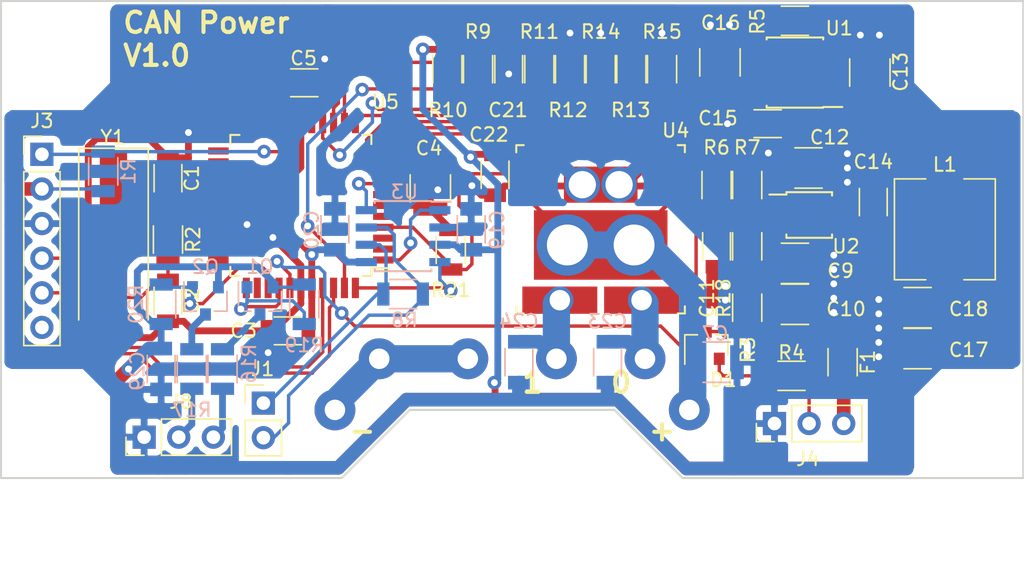
<source format=kicad_pcb>
(kicad_pcb (version 4) (host pcbnew 4.0.7)
  (title_block (title "CAN Power") (rev 1.0) (company "Raph Weyman"))
  (layers (0 F.Cu signal) (31 B.Cu signal) (34 B.Paste user) (35 F.Paste user) (36 B.SilkS user) (37 F.SilkS user) (38 B.Mask user) (39 F.Mask user) (44 Edge.Cuts user))
  (net 0 "")
  (net 1 "Net-(C1-Pad1)")
  (net 2 GND)
  (net 3 "Net-(C2-Pad1)")
  (net 4 +3V3)
  (net 5 "Net-(C4-Pad1)")
  (net 6 +12V)
  (net 7 "Net-(C11-Pad1)")
  (net 8 "Net-(C12-Pad1)")
  (net 9 +5V)
  (net 10 "Net-(C14-Pad1)")
  (net 11 "Net-(C14-Pad2)")
  (net 12 "Net-(C15-Pad1)")
  (net 13 /CPU/CSNS)
  (net 14 "Net-(C23-Pad1)")
  (net 15 "Net-(C24-Pad1)")
  (net 16 +BATT)
  (net 17 -BATT)
  (net 18 "Net-(F1-Pad2)")
  (net 19 /Switches/SPI_In)
  (net 20 /CPU/SPI_In)
  (net 21 /CPU/SPI_Clock)
  (net 22 /CPU/~Fault~)
  (net 23 /CPU/PWM)
  (net 24 /CPU/Output_Wake)
  (net 25 /CPU/Sync)
  (net 26 "Net-(J3-Pad1)")
  (net 27 "Net-(J3-Pad4)")
  (net 28 "Net-(J3-Pad5)")
  (net 29 "Net-(J3-Pad6)")
  (net 30 "Net-(J8-Pad2)")
  (net 31 "Net-(J8-Pad3)")
  (net 32 +VSW)
  (net 33 /CPU/LED0)
  (net 34 "Net-(Q1-Pad3)")
  (net 35 /CPU/LED1)
  (net 36 "Net-(Q2-Pad3)")
  (net 37 "Net-(R5-Pad2)")
  (net 38 "Net-(R6-Pad2)")
  (net 39 "Net-(R11-Pad1)")
  (net 40 "Net-(R12-Pad1)")
  (net 41 "Net-(R13-Pad2)")
  (net 42 "Net-(R14-Pad1)")
  (net 43 /CAN/CAN_Tx)
  (net 44 /CAN/CAN_Rx)
  (net 45 /CAN/CAN_STBY)
  (net 46 /CPU/~CS0~)
  (net 47 "Net-(U5-Pad24)")
  (net 48 "Net-(U5-Pad33)")
  (net 49 "Net-(U5-Pad26)")
  (net 50 "Net-(U5-Pad25)")
  (net 51 "Net-(U5-Pad23)")
  (net 52 "Net-(U5-Pad27)")
  (net 53 /CPU/Power_On)
  (net 54 "Net-(D1-Pad2)")
  (net 55 "Net-(U5-Pad34)")
  (net 56 "Net-(U5-Pad35)")
  (net 57 "Net-(U5-Pad19)")
  (net 58 "Net-(U5-Pad20)")
  (net 59 "Net-(U5-Pad21)")
  (net 60 "Net-(U5-Pad22)")
  (net 61 "Net-(U5-Pad2)")
  (net 62 "Net-(U5-Pad32)")
  (net 63 "Net-(U5-Pad3)")
  (net 64 "Net-(U5-Pad5)")
  (net 65 "Net-(J1-Pad1)")
  (net 66 "Net-(J1-Pad2)")
  (module raphfootprints:QFN-23_12x12mm_Pitch0.9mm_holes (layer F.Cu) (at 144 91.75)
    (fp_text reference U4 (at 5.5 -7.25) (layer F.SilkS))
    (fp_text value MC06XSD200)
    (pad 23 smd rect (at 5.35 -4.075) (size 1.7 0.5) (layers F.Cu F.Paste F.Mask) (net 25 /CPU/Sync))
    (pad 22 smd rect (at 5.35 -3.175) (size 1.7 0.5) (layers F.Cu F.Paste F.Mask) (net 2 GND))
    (pad 5 smd rect (at 1.8 -5.65) (size 0.5 1.1) (layers F.Cu F.Paste F.Mask) (net 42 "Net-(R14-Pad1)"))
    (pad 4 smd rect (at 2.7 -5.65) (size 0.5 1.1) (layers F.Cu F.Paste F.Mask) (net 41 "Net-(R13-Pad2)"))
    (pad 3 smd rect (at 3.6 -5.65) (size 0.5 1.1) (layers F.Cu F.Paste F.Mask) (net 2 GND))
    (pad 19 smd rect (at -3 5.2 90) (size 2 5.5) (layers F.Cu F.Paste F.Mask) (net 15 "Net-(C24-Pad1)"))
    (pad 20 smd rect (at 3 5.2) (size 5.5 2) (layers F.Cu F.Paste F.Mask) (net 14 "Net-(C23-Pad1)"))
    (pad 21 smd rect (at 5.35 -2.275) (size 1.7 0.5) (layers F.Cu F.Paste F.Mask) (net 16 +BATT))
    (pad 18 smd rect (at -5.35 -2.275) (size 1.7 0.5) (layers F.Cu F.Paste F.Mask) (net 16 +BATT))
    (pad 17 smd rect (at -5.35 -3.175) (size 1.7 0.5) (layers F.Cu F.Paste F.Mask) (net 2 GND))
    (pad 1 smd rect (at 5.4 -5.475) (size 0.5 1.45) (layers F.Cu F.Paste F.Mask) (net 39 "Net-(R11-Pad1)"))
    (pad 2 smd rect (at 4.5 -5.55) (size 0.5 1.3) (layers F.Cu F.Paste F.Mask) (net 2 GND))
    (pad 16 smd rect (at -5.35 -4.075) (size 1.7 0.5) (layers F.Cu F.Paste F.Mask) (net 20 /CPU/SPI_In))
    (pad 13 smd rect (at -5.4 -5.475) (size 0.5 1.45) (layers F.Cu F.Paste F.Mask) (net 9 +5V))
    (pad 12 smd rect (at -4.5 -5.55) (size 0.5 1.3) (layers F.Cu F.Paste F.Mask) (net 19 /Switches/SPI_In))
    (pad 11 smd rect (at -3.6 -5.65) (size 0.5 1.1) (layers F.Cu F.Paste F.Mask) (net 21 /CPU/SPI_Clock))
    (pad 10 smd rect (at -2.7 -5.65) (size 0.5 1.1) (layers F.Cu F.Paste F.Mask) (net 46 /CPU/~CS0~))
    (pad 9 smd rect (at -1.8 -5.65) (size 0.5 1.1) (layers F.Cu F.Paste F.Mask) (net 24 /CPU/Output_Wake))
    (pad 8 smd rect (at -0.9 -5.65) (size 0.5 1.1) (layers F.Cu F.Paste F.Mask) (net 23 /CPU/PWM))
    (pad 7 smd rect (at 0 -5.65) (size 0.5 1.1) (layers F.Cu F.Paste F.Mask) (net 22 /CPU/~Fault~))
    (pad 6 smd rect (at 0.9 -5.65) (size 0.5 1.1) (layers F.Cu F.Paste F.Mask) (net 40 "Net-(R12-Pad1)"))
    (pad 14 smd rect (at 0 -3.275) (size 5.4 2.65) (layers F.Cu F.Paste F.Mask) (net 2 GND))
    (pad 15 smd rect (at 0 1.15) (size 9.8 5.1) (layers F.Cu F.Paste F.Mask) (net 16 +BATT))
    (pad 15 thru_hole circle (at 2.45 1.15) (size 4.5 4.5) (drill 3) (layers *.Cu *.Mask) (net 16 +BATT))
    (pad 14 thru_hole circle (at 1.35 -3.275) (size 2.6 2.6) (drill 2) (layers *.Cu *.Mask) (net 2 GND))
    (pad 14 thru_hole circle (at -1.35 -3.275) (size 2.6 2.6) (drill 2) (layers *.Cu *.Mask) (net 2 GND))
    (pad 15 thru_hole circle (at -2.45 1.15) (size 4.5 4.5) (drill 3) (layers *.Cu *.Mask) (net 16 +BATT))
    (pad 19 thru_hole circle (at -3 5.2) (size 2 2) (drill 1.5) (layers *.Cu *.Mask) (net 15 "Net-(C24-Pad1)"))
    (pad 20 thru_hole circle (at 3 5.2) (size 2 2) (drill 1.5) (layers *.Cu *.Mask) (net 14 "Net-(C23-Pad1)"))
  )
  (module Crystals:Crystal_SMD_HC49-SD (layer F.Cu) (at 108.25 92.5 270)
    (fp_text reference Y1 (at -7.5 0.05 360) (layer F.SilkS))
    (fp_text value 4MHz)
    (pad 1 smd rect (at -4.25 0 270) (size 4.5 2) (layers F.Cu F.Paste F.Mask) (net 1 "Net-(C1-Pad1)"))
    (pad 2 smd rect (at 4.25 0 270) (size 4.5 2) (layers F.Cu F.Paste F.Mask) (net 3 "Net-(C2-Pad1)"))
  )
  (module Capacitors_SMD:C_1206 (layer F.Cu) (at 152.5 93 270)
    (fp_text reference C11 (at 3.8 0.7 450) (layer F.SilkS))
    (fp_text value 22nF)
    (pad 1 smd rect (at -1.5 0 270) (size 1 1.6) (layers F.Cu F.Paste F.Mask) (net 7 "Net-(C11-Pad1)"))
    (pad 2 smd rect (at 1.5 0 270) (size 1 1.6) (layers F.Cu F.Paste F.Mask) (net 2 GND))
  )
  (module Capacitors_SMD:C_1210 (layer F.Cu) (at 158.25 94.25)
    (fp_text reference C9 (at 3.35 0.55) (layer F.SilkS))
    (fp_text value 10uF)
    (pad 1 smd rect (at -1.5 0) (size 1 2.5) (layers F.Cu F.Paste F.Mask) (net 6 +12V))
    (pad 2 smd rect (at 1.5 0) (size 1 2.5) (layers F.Cu F.Paste F.Mask) (net 2 GND))
  )
  (module Resistors_SMD:R_1206 (layer F.Cu) (at 154.75 93 90)
    (fp_text reference R18 (at -3.8 -1.75 270) (layer F.SilkS))
    (fp_text value 470K)
    (pad 1 smd rect (at -1.45 0 90) (size 0.9 1.7) (layers F.Cu F.Paste F.Mask) (net 6 +12V))
    (pad 2 smd rect (at 1.45 0 90) (size 0.9 1.7) (layers F.Cu F.Paste F.Mask) (net 7 "Net-(C11-Pad1)"))
  )
  (module raphfootprints:Coilcraft_MSS7341 (layer F.Cu) (at 169.25 91.75 90)
    (fp_text reference L1 (at 4.75 0 360) (layer F.SilkS))
    (fp_text value 22uH)
    (pad 1 smd rect (at -3.1875 0 90) (size 0.725 7.1) (layers F.Cu F.Paste F.Mask) (net 9 +5V))
    (pad 2 smd rect (at 3.1875 0 90) (size 0.725 7.1) (layers F.Cu F.Paste F.Mask) (net 11 "Net-(C14-Pad2)"))
    (pad 2 smd rect (at 1.9375 -3.086 90) (size 1.775 0.928) (layers F.Cu F.Paste F.Mask) (net 11 "Net-(C14-Pad2)"))
    (pad 2 smd rect (at 1.9375 3.086 90) (size 1.775 0.928) (layers F.Cu F.Paste F.Mask) (net 11 "Net-(C14-Pad2)"))
    (pad 1 smd rect (at -1.9375 -3.086 90) (size 1.775 0.928) (layers F.Cu F.Paste F.Mask) (net 9 +5V))
    (pad 1 smd rect (at -1.9375 3.086 90) (size 1.775 0.928) (layers F.Cu F.Paste F.Mask) (net 9 +5V))
  )
  (module Wire_Connections_Bridges:WireConnection_1.50mmDrill (layer F.Cu) (at 125 108)
    (fp_text reference J6 hide)
    (fp_text value Output1)
    (pad 1 thru_hole circle (at 15.75 -6.75) (size 2.99974 2.99974) (drill 1.50114) (layers *.Cu *.Mask) (net 15 "Net-(C24-Pad1)"))
    (pad 2 thru_hole circle (at 2.75 -6.75) (size 2.99974 2.99974) (drill 1.50114) (layers *.Cu *.Mask) (net 17 -BATT))
  )
  (module Mounting_Holes:MountingHole_2.5mm (layer F.Cu) (at 171 106)
    (fp_text reference "" (at 0 -3.5) (layer F.SilkS))
    (fp_text value "")
    (pad 1 np_thru_hole circle (at 0 0) (size 2.5 2.5) (drill 2.5) (layers *.Cu *.Mask))
  )
  (module Mounting_Holes:MountingHole_2.5mm (layer F.Cu) (at 171 79.5)
    (fp_text reference "" (at 0 -3.5) (layer F.SilkS))
    (fp_text value "")
    (pad 1 np_thru_hole circle (at 0 0) (size 2.5 2.5) (drill 2.5) (layers *.Cu *.Mask))
  )
  (module Mounting_Holes:MountingHole_2.5mm (layer F.Cu) (at 104 106)
    (fp_text reference "" (at 0 -3.5) (layer F.SilkS))
    (fp_text value "")
    (pad 1 np_thru_hole circle (at 0 0) (size 2.5 2.5) (drill 2.5) (layers *.Cu *.Mask))
  )
  (module Pin_Headers:Pin_Header_Straight_1x06_Pitch2.54mm (layer F.Cu) (at 103 86.25)
    (fp_text reference J3 (at 0 -2.45) (layer F.SilkS))
    (fp_text value Debug)
    (pad 1 thru_hole rect (at 0 0) (size 1.7 1.7) (drill 1) (layers *.Cu *.Mask) (net 26 "Net-(J3-Pad1)"))
    (pad 2 thru_hole oval (at 0 2.54) (size 1.7 1.7) (drill 1) (layers *.Cu *.Mask) (net 4 +3V3))
    (pad 3 thru_hole oval (at 0 5.08) (size 1.7 1.7) (drill 1) (layers *.Cu *.Mask) (net 2 GND))
    (pad 4 thru_hole oval (at 0 7.62) (size 1.7 1.7) (drill 1) (layers *.Cu *.Mask) (net 27 "Net-(J3-Pad4)"))
    (pad 5 thru_hole oval (at 0 10.16) (size 1.7 1.7) (drill 1) (layers *.Cu *.Mask) (net 28 "Net-(J3-Pad5)"))
    (pad 6 thru_hole oval (at 0 12.7) (size 1.7 1.7) (drill 1) (layers *.Cu *.Mask) (net 29 "Net-(J3-Pad6)"))
  )
  (module Pin_Headers:Pin_Header_Straight_1x03_Pitch2.54mm (layer F.Cu) (at 110.5 107 90)
    (fp_text reference J8 (at 2.6 2.7 180) (layer F.SilkS))
    (fp_text value LED)
    (pad 1 thru_hole rect (at 0 0 90) (size 1.7 1.7) (drill 1) (layers *.Cu *.Mask) (net 2 GND))
    (pad 2 thru_hole oval (at 0 2.54 90) (size 1.7 1.7) (drill 1) (layers *.Cu *.Mask) (net 30 "Net-(J8-Pad2)"))
    (pad 3 thru_hole oval (at 0 5.08 90) (size 1.7 1.7) (drill 1) (layers *.Cu *.Mask) (net 31 "Net-(J8-Pad3)"))
  )
  (module Housings_SOIC:SOIC-8_3.9x4.9mm_Pitch1.27mm (layer F.Cu) (at 158.25 80.25 180)
    (fp_text reference U1 (at -3.25 3.25 180) (layer F.SilkS))
    (fp_text value MCP1727-3302)
    (pad 1 smd rect (at -2.7 -1.905 180) (size 1.55 0.6) (layers F.Cu F.Paste F.Mask) (net 9 +5V))
    (pad 2 smd rect (at -2.7 -0.635 180) (size 1.55 0.6) (layers F.Cu F.Paste F.Mask) (net 9 +5V))
    (pad 3 smd rect (at -2.7 0.635 180) (size 1.55 0.6) (layers F.Cu F.Paste F.Mask) (net 9 +5V))
    (pad 4 smd rect (at -2.7 1.905 180) (size 1.55 0.6) (layers F.Cu F.Paste F.Mask) (net 2 GND))
    (pad 5 smd rect (at 2.7 1.905 180) (size 1.55 0.6) (layers F.Cu F.Paste F.Mask) (net 37 "Net-(R5-Pad2)"))
    (pad 6 smd rect (at 2.7 0.635 180) (size 1.55 0.6) (layers F.Cu F.Paste F.Mask) (net 12 "Net-(C15-Pad1)"))
    (pad 7 smd rect (at 2.7 -0.635 180) (size 1.55 0.6) (layers F.Cu F.Paste F.Mask) (net 4 +3V3))
    (pad 8 smd rect (at 2.7 -1.905 180) (size 1.55 0.6) (layers F.Cu F.Paste F.Mask) (net 4 +3V3))
  )
  (module Housings_SSOP:MSOP-8_3x3mm_Pitch0.65mm (layer F.Cu) (at 159.3 90.7)
    (fp_text reference U2 (at 2.7 2.3) (layer F.SilkS))
    (fp_text value MCP16311)
    (pad 1 smd rect (at -2.2 -0.975) (size 1.45 0.45) (layers F.Cu F.Paste F.Mask) (net 38 "Net-(R6-Pad2)"))
    (pad 2 smd rect (at -2.2 -0.325) (size 1.45 0.45) (layers F.Cu F.Paste F.Mask) (net 8 "Net-(C12-Pad1)"))
    (pad 3 smd rect (at -2.2 0.325) (size 1.45 0.45) (layers F.Cu F.Paste F.Mask) (net 7 "Net-(C11-Pad1)"))
    (pad 4 smd rect (at -2.2 0.975) (size 1.45 0.45) (layers F.Cu F.Paste F.Mask) (net 6 +12V))
    (pad 5 smd rect (at 2.2 0.975) (size 1.45 0.45) (layers F.Cu F.Paste F.Mask) (net 2 GND))
    (pad 6 smd rect (at 2.2 0.325) (size 1.45 0.45) (layers F.Cu F.Paste F.Mask) (net 11 "Net-(C14-Pad2)"))
    (pad 7 smd rect (at 2.2 -0.325) (size 1.45 0.45) (layers F.Cu F.Paste F.Mask) (net 10 "Net-(C14-Pad1)"))
    (pad 8 smd rect (at 2.2 -0.975) (size 1.45 0.45) (layers F.Cu F.Paste F.Mask) (net 2 GND))
  )
  (module Housings_QFP:PQFP-44_10x10mm_Pitch0.8mm (layer F.Cu) (at 122 90 180)
    (fp_text reference U5 (at -6.2 7.6 180) (layer F.SilkS))
    (fp_text value PIC24HJ128GP504)
    (pad 1 smd rect (at -6.05 -4 180) (size 1.5 0.52) (layers F.Cu F.Paste F.Mask) (net 43 /CAN/CAN_Tx))
    (pad 2 smd rect (at -6.05 -3.2 180) (size 1.5 0.52) (layers F.Cu F.Paste F.Mask) (net 61 "Net-(U5-Pad2)"))
    (pad 3 smd rect (at -6.05 -2.4 180) (size 1.5 0.52) (layers F.Cu F.Paste F.Mask) (net 63 "Net-(U5-Pad3)"))
    (pad 4 smd rect (at -6.05 -1.6 180) (size 1.5 0.52) (layers F.Cu F.Paste F.Mask) (net 20 /CPU/SPI_In))
    (pad 5 smd rect (at -6.05 -0.8 180) (size 1.5 0.52) (layers F.Cu F.Paste F.Mask) (net 64 "Net-(U5-Pad5)"))
    (pad 6 smd rect (at -6.05 0 180) (size 1.5 0.52) (layers F.Cu F.Paste F.Mask) (net 2 GND))
    (pad 7 smd rect (at -6.05 0.8 180) (size 1.5 0.52) (layers F.Cu F.Paste F.Mask) (net 5 "Net-(C4-Pad1)"))
    (pad 8 smd rect (at -6.05 1.6 180) (size 1.5 0.52) (layers F.Cu F.Paste F.Mask) (net 45 /CAN/CAN_STBY))
    (pad 9 smd rect (at -6.05 2.4 180) (size 1.5 0.52) (layers F.Cu F.Paste F.Mask) (net 19 /Switches/SPI_In))
    (pad 10 smd rect (at -6.05 3.2 180) (size 1.5 0.52) (layers F.Cu F.Paste F.Mask) (net 46 /CPU/~CS0~))
    (pad 11 smd rect (at -6.05 4 180) (size 1.5 0.52) (layers F.Cu F.Paste F.Mask) (net 21 /CPU/SPI_Clock))
    (pad 12 smd rect (at -4 6.05 180) (size 0.52 1.5) (layers F.Cu F.Paste F.Mask) (net 24 /CPU/Output_Wake))
    (pad 13 smd rect (at -3.2 6.05 180) (size 0.52 1.5) (layers F.Cu F.Paste F.Mask) (net 25 /CPU/Sync))
    (pad 14 smd rect (at -2.4 6.05 180) (size 0.52 1.5) (layers F.Cu F.Paste F.Mask) (net 13 /CPU/CSNS))
    (pad 15 smd rect (at -1.6 6.05 180) (size 0.52 1.5) (layers F.Cu F.Paste F.Mask) (net 23 /CPU/PWM))
    (pad 16 smd rect (at -0.8 6.05 180) (size 0.52 1.5) (layers F.Cu F.Paste F.Mask) (net 2 GND))
    (pad 17 smd rect (at 0 6.05 180) (size 0.52 1.5) (layers F.Cu F.Paste F.Mask) (net 4 +3V3))
    (pad 18 smd rect (at 0.8 6.05 180) (size 0.52 1.5) (layers F.Cu F.Paste F.Mask) (net 26 "Net-(J3-Pad1)"))
    (pad 19 smd rect (at 1.6 6.05 180) (size 0.52 1.5) (layers F.Cu F.Paste F.Mask) (net 57 "Net-(U5-Pad19)"))
    (pad 20 smd rect (at 2.4 6.05 180) (size 0.52 1.5) (layers F.Cu F.Paste F.Mask) (net 58 "Net-(U5-Pad20)"))
    (pad 21 smd rect (at 3.2 6.05 180) (size 0.52 1.5) (layers F.Cu F.Paste F.Mask) (net 59 "Net-(U5-Pad21)"))
    (pad 22 smd rect (at 4 6.05 180) (size 0.52 1.5) (layers F.Cu F.Paste F.Mask) (net 60 "Net-(U5-Pad22)"))
    (pad 23 smd rect (at 6.05 4 180) (size 1.5 0.52) (layers F.Cu F.Paste F.Mask) (net 51 "Net-(U5-Pad23)"))
    (pad 24 smd rect (at 6.05 3.2 180) (size 1.5 0.52) (layers F.Cu F.Paste F.Mask) (net 47 "Net-(U5-Pad24)"))
    (pad 25 smd rect (at 6.05 2.4 180) (size 1.5 0.52) (layers F.Cu F.Paste F.Mask) (net 50 "Net-(U5-Pad25)"))
    (pad 26 smd rect (at 6.05 1.6 180) (size 1.5 0.52) (layers F.Cu F.Paste F.Mask) (net 49 "Net-(U5-Pad26)"))
    (pad 27 smd rect (at 6.05 0.8 180) (size 1.5 0.52) (layers F.Cu F.Paste F.Mask) (net 52 "Net-(U5-Pad27)"))
    (pad 28 smd rect (at 6.05 0 180) (size 1.5 0.52) (layers F.Cu F.Paste F.Mask) (net 4 +3V3))
    (pad 29 smd rect (at 6.05 -0.8 180) (size 1.5 0.52) (layers F.Cu F.Paste F.Mask) (net 2 GND))
    (pad 30 smd rect (at 6.05 -1.6 180) (size 1.5 0.52) (layers F.Cu F.Paste F.Mask) (net 1 "Net-(C1-Pad1)"))
    (pad 31 smd rect (at 6.05 -2.4 180) (size 1.5 0.52) (layers F.Cu F.Paste F.Mask) (net 3 "Net-(C2-Pad1)"))
    (pad 32 smd rect (at 6.05 -3.2 180) (size 1.5 0.52) (layers F.Cu F.Paste F.Mask) (net 62 "Net-(U5-Pad32)"))
    (pad 33 smd rect (at 6.05 -4 180) (size 1.5 0.52) (layers F.Cu F.Paste F.Mask) (net 48 "Net-(U5-Pad33)"))
    (pad 34 smd rect (at 4 -6.05 180) (size 0.52 1.5) (layers F.Cu F.Paste F.Mask) (net 55 "Net-(U5-Pad34)"))
    (pad 35 smd rect (at 3.2 -6.05 180) (size 0.52 1.5) (layers F.Cu F.Paste F.Mask) (net 56 "Net-(U5-Pad35)"))
    (pad 36 smd rect (at 2.4 -6.05 180) (size 0.52 1.5) (layers F.Cu F.Paste F.Mask) (net 35 /CPU/LED1))
    (pad 37 smd rect (at 1.6 -6.05 180) (size 0.52 1.5) (layers F.Cu F.Paste F.Mask) (net 33 /CPU/LED0))
    (pad 38 smd rect (at 0.8 -6.05 180) (size 0.52 1.5) (layers F.Cu F.Paste F.Mask) (net 53 /CPU/Power_On))
    (pad 39 smd rect (at 0 -6.05 180) (size 0.52 1.5) (layers F.Cu F.Paste F.Mask) (net 2 GND))
    (pad 40 smd rect (at -0.8 -6.05 180) (size 0.52 1.5) (layers F.Cu F.Paste F.Mask) (net 4 +3V3))
    (pad 41 smd rect (at -1.6 -6.05 180) (size 0.52 1.5) (layers F.Cu F.Paste F.Mask) (net 27 "Net-(J3-Pad4)"))
    (pad 42 smd rect (at -2.4 -6.05 180) (size 0.52 1.5) (layers F.Cu F.Paste F.Mask) (net 28 "Net-(J3-Pad5)"))
    (pad 43 smd rect (at -3.2 -6.05 180) (size 0.52 1.5) (layers F.Cu F.Paste F.Mask) (net 22 /CPU/~Fault~))
    (pad 44 smd rect (at -4 -6.05 180) (size 0.52 1.5) (layers F.Cu F.Paste F.Mask) (net 44 /CAN/CAN_Rx))
  )
  (module Mounting_Holes:MountingHole_2.5mm (layer F.Cu) (at 104 79)
    (fp_text reference "" (at 0 -3.5) (layer F.SilkS))
    (fp_text value "")
    (pad 1 np_thru_hole circle (at 0 0) (size 2.5 2.5) (drill 2.5) (layers *.Cu *.Mask))
  )
  (module TO_SOT_Packages_SMD:SOT-23 (layer B.Cu) (at 119 97 270)
    (fp_text reference Q1 (at -2.5 0 360) (layer B.SilkS) (effects (justify mirror)))
    (fp_text value BSS83P)
    (pad 1 smd rect (at -1 0.95 270) (size 0.9 0.8) (layers B.Cu B.Paste B.Mask) (net 33 /CPU/LED0))
    (pad 2 smd rect (at -1 -0.95 270) (size 0.9 0.8) (layers B.Cu B.Paste B.Mask) (net 9 +5V))
    (pad 3 smd rect (at 1 0 270) (size 0.9 0.8) (layers B.Cu B.Paste B.Mask) (net 34 "Net-(Q1-Pad3)"))
  )
  (module TO_SOT_Packages_SMD:SOT-23 (layer B.Cu) (at 115 97 270)
    (fp_text reference Q2 (at -2.5 0 360) (layer B.SilkS) (effects (justify mirror)))
    (fp_text value BSS83P)
    (pad 1 smd rect (at -1 0.95 270) (size 0.9 0.8) (layers B.Cu B.Paste B.Mask) (net 35 /CPU/LED1))
    (pad 2 smd rect (at -1 -0.95 270) (size 0.9 0.8) (layers B.Cu B.Paste B.Mask) (net 9 +5V))
    (pad 3 smd rect (at 1 0 270) (size 0.9 0.8) (layers B.Cu B.Paste B.Mask) (net 36 "Net-(Q2-Pad3)"))
  )
  (module Capacitors_SMD:C_1206 (layer B.Cu) (at 111.75 102 270)
    (fp_text reference C29 (at 0.15 1.75 450) (layer B.SilkS) (effects (justify mirror)))
    (fp_text value 100nF)
    (pad 1 smd rect (at -1.5 0 270) (size 1 1.6) (layers B.Cu B.Paste B.Mask) (net 9 +5V))
    (pad 2 smd rect (at 1.5 0 270) (size 1 1.6) (layers B.Cu B.Paste B.Mask) (net 2 GND))
  )
  (module Capacitors_SMD:C_1206 (layer B.Cu) (at 138 101.5 270)
    (fp_text reference C24 (at -3 0 360) (layer B.SilkS) (effects (justify mirror)))
    (fp_text value 22nF)
    (pad 1 smd rect (at -1.5 0 270) (size 1 1.6) (layers B.Cu B.Paste B.Mask) (net 15 "Net-(C24-Pad1)"))
    (pad 2 smd rect (at 1.5 0 270) (size 1 1.6) (layers B.Cu B.Paste B.Mask) (net 2 GND))
  )
  (module Capacitors_SMD:C_1206 (layer B.Cu) (at 144.5 101.5 270)
    (fp_text reference C23 (at -3 0 360) (layer B.SilkS) (effects (justify mirror)))
    (fp_text value 22nF)
    (pad 1 smd rect (at -1.5 0 270) (size 1 1.6) (layers B.Cu B.Paste B.Mask) (net 14 "Net-(C23-Pad1)"))
    (pad 2 smd rect (at 1.5 0 270) (size 1 1.6) (layers B.Cu B.Paste B.Mask) (net 2 GND))
  )
  (module Capacitors_SMD:C_1206 (layer F.Cu) (at 136.25 87.75 270)
    (fp_text reference C22 (at -2.95 0.45 540) (layer F.SilkS))
    (fp_text value 100nF)
    (pad 1 smd rect (at -1.5 0 270) (size 1 1.6) (layers F.Cu F.Paste F.Mask) (net 9 +5V))
    (pad 2 smd rect (at 1.5 0 270) (size 1 1.6) (layers F.Cu F.Paste F.Mask) (net 2 GND))
  )
  (module Capacitors_SMD:C_1206 (layer F.Cu) (at 137.25 80 270)
    (fp_text reference C21 (at 3 0.05 360) (layer F.SilkS))
    (fp_text value 22nF)
    (pad 1 smd rect (at -1.5 0 270) (size 1 1.6) (layers F.Cu F.Paste F.Mask) (net 13 /CPU/CSNS))
    (pad 2 smd rect (at 1.5 0 270) (size 1 1.6) (layers F.Cu F.Paste F.Mask) (net 2 GND))
  )
  (module Capacitors_SMD:C_1206 (layer B.Cu) (at 124.5 91.75 90)
    (fp_text reference C20 (at -0.05 -1.7 90) (layer B.SilkS) (effects (justify mirror)))
    (fp_text value 100nF)
    (pad 1 smd rect (at -1.5 0 90) (size 1 1.6) (layers B.Cu B.Paste B.Mask) (net 4 +3V3))
    (pad 2 smd rect (at 1.5 0 90) (size 1 1.6) (layers B.Cu B.Paste B.Mask) (net 2 GND))
  )
  (module Capacitors_SMD:C_1206 (layer B.Cu) (at 134.5 91.75 90)
    (fp_text reference C19 (at -0.05 1.9 90) (layer B.SilkS) (effects (justify mirror)))
    (fp_text value 100nF)
    (pad 1 smd rect (at -1.5 0 90) (size 1 1.6) (layers B.Cu B.Paste B.Mask) (net 9 +5V))
    (pad 2 smd rect (at 1.5 0 90) (size 1 1.6) (layers B.Cu B.Paste B.Mask) (net 2 GND))
  )
  (module Capacitors_SMD:C_1206 (layer F.Cu) (at 156.25 84 180)
    (fp_text reference C15 (at 3.65 0.4 180) (layer F.SilkS))
    (fp_text value 100nF)
    (pad 1 smd rect (at -1.5 0 180) (size 1 1.6) (layers F.Cu F.Paste F.Mask) (net 12 "Net-(C15-Pad1)"))
    (pad 2 smd rect (at 1.5 0 180) (size 1 1.6) (layers F.Cu F.Paste F.Mask) (net 2 GND))
  )
  (module Capacitors_SMD:C_1206 (layer F.Cu) (at 164 89.75 270)
    (fp_text reference C14 (at -2.95 0 360) (layer F.SilkS))
    (fp_text value 100nF)
    (pad 1 smd rect (at -1.5 0 270) (size 1 1.6) (layers F.Cu F.Paste F.Mask) (net 10 "Net-(C14-Pad1)"))
    (pad 2 smd rect (at 1.5 0 270) (size 1 1.6) (layers F.Cu F.Paste F.Mask) (net 11 "Net-(C14-Pad2)"))
  )
  (module Capacitors_SMD:C_1206 (layer F.Cu) (at 122.25 81)
    (fp_text reference C5 (at -0.05 -1.8) (layer F.SilkS))
    (fp_text value 100nF)
    (pad 1 smd rect (at -1.5 0) (size 1 1.6) (layers F.Cu F.Paste F.Mask) (net 4 +3V3))
    (pad 2 smd rect (at 1.5 0) (size 1 1.6) (layers F.Cu F.Paste F.Mask) (net 2 GND))
  )
  (module Capacitors_SMD:C_1206 (layer F.Cu) (at 121.05 99.2 180)
    (fp_text reference C3 (at 3.25 0 180) (layer F.SilkS))
    (fp_text value 100nF)
    (pad 1 smd rect (at -1.5 0 180) (size 1 1.6) (layers F.Cu F.Paste F.Mask) (net 4 +3V3))
    (pad 2 smd rect (at 1.5 0 180) (size 1 1.6) (layers F.Cu F.Paste F.Mask) (net 2 GND))
  )
  (module Capacitors_SMD:C_1206 (layer F.Cu) (at 112.25 97 270)
    (fp_text reference C2 (at 0 -1.75 270) (layer F.SilkS))
    (fp_text value 20pF)
    (pad 1 smd rect (at -1.5 0 270) (size 1 1.6) (layers F.Cu F.Paste F.Mask) (net 3 "Net-(C2-Pad1)"))
    (pad 2 smd rect (at 1.5 0 270) (size 1 1.6) (layers F.Cu F.Paste F.Mask) (net 2 GND))
  )
  (module Capacitors_SMD:C_1206 (layer F.Cu) (at 112.25 88 90)
    (fp_text reference C1 (at 0 1.75 90) (layer F.SilkS))
    (fp_text value 20pF)
    (pad 1 smd rect (at -1.5 0 90) (size 1 1.6) (layers F.Cu F.Paste F.Mask) (net 1 "Net-(C1-Pad1)"))
    (pad 2 smd rect (at 1.5 0 90) (size 1 1.6) (layers F.Cu F.Paste F.Mask) (net 2 GND))
  )
  (module Resistors_SMD:R_1206 (layer B.Cu) (at 122.25 97.25 90)
    (fp_text reference R19 (at -3 0 180) (layer B.SilkS) (effects (justify mirror)))
    (fp_text value 1M)
    (pad 1 smd rect (at -1.45 0 90) (size 0.9 1.7) (layers B.Cu B.Paste B.Mask) (net 33 /CPU/LED0))
    (pad 2 smd rect (at 1.45 0 90) (size 0.9 1.7) (layers B.Cu B.Paste B.Mask) (net 9 +5V))
  )
  (module Resistors_SMD:R_1206 (layer B.Cu) (at 114 102 90)
    (fp_text reference R17 (at -3 0 180) (layer B.SilkS) (effects (justify mirror)))
    (fp_text value 150R)
    (pad 1 smd rect (at -1.45 0 90) (size 0.9 1.7) (layers B.Cu B.Paste B.Mask) (net 30 "Net-(J8-Pad2)"))
    (pad 2 smd rect (at 1.45 0 90) (size 0.9 1.7) (layers B.Cu B.Paste B.Mask) (net 36 "Net-(Q2-Pad3)"))
  )
  (module Resistors_SMD:R_1206 (layer B.Cu) (at 116.25 102 90)
    (fp_text reference R16 (at 0.4 1.95 270) (layer B.SilkS) (effects (justify mirror)))
    (fp_text value 150R)
    (pad 1 smd rect (at -1.45 0 90) (size 0.9 1.7) (layers B.Cu B.Paste B.Mask) (net 31 "Net-(J8-Pad3)"))
    (pad 2 smd rect (at 1.45 0 90) (size 0.9 1.7) (layers B.Cu B.Paste B.Mask) (net 34 "Net-(Q1-Pad3)"))
  )
  (module Resistors_SMD:R_1206 (layer F.Cu) (at 148.5 80 90)
    (fp_text reference R15 (at 2.75 0 360) (layer F.SilkS))
    (fp_text value 2K2)
    (pad 1 smd rect (at -1.45 0 90) (size 0.9 1.7) (layers F.Cu F.Paste F.Mask) (net 39 "Net-(R11-Pad1)"))
    (pad 2 smd rect (at 1.45 0 90) (size 0.9 1.7) (layers F.Cu F.Paste F.Mask) (net 2 GND))
  )
  (module Resistors_SMD:R_1206 (layer F.Cu) (at 144 80 90)
    (fp_text reference R14 (at 2.75 0 360) (layer F.SilkS))
    (fp_text value 8K2)
    (pad 1 smd rect (at -1.45 0 90) (size 0.9 1.7) (layers F.Cu F.Paste F.Mask) (net 42 "Net-(R14-Pad1)"))
    (pad 2 smd rect (at 1.45 0 90) (size 0.9 1.7) (layers F.Cu F.Paste F.Mask) (net 2 GND))
  )
  (module Resistors_SMD:R_1206 (layer F.Cu) (at 146.25 80 270)
    (fp_text reference R13 (at 3 0.05 360) (layer F.SilkS))
    (fp_text value 100K)
    (pad 1 smd rect (at -1.45 0 270) (size 0.9 1.7) (layers F.Cu F.Paste F.Mask) (net 16 +BATT))
    (pad 2 smd rect (at 1.45 0 270) (size 0.9 1.7) (layers F.Cu F.Paste F.Mask) (net 41 "Net-(R13-Pad2)"))
  )
  (module Resistors_SMD:R_1206 (layer F.Cu) (at 141.75 80 90)
    (fp_text reference R12 (at -3 -0.15 360) (layer F.SilkS))
    (fp_text value 8K2)
    (pad 1 smd rect (at -1.45 0 90) (size 0.9 1.7) (layers F.Cu F.Paste F.Mask) (net 40 "Net-(R12-Pad1)"))
    (pad 2 smd rect (at 1.45 0 90) (size 0.9 1.7) (layers F.Cu F.Paste F.Mask) (net 2 GND))
  )
  (module Resistors_SMD:R_1206 (layer F.Cu) (at 139.5 80 90)
    (fp_text reference R11 (at 2.75 0 180) (layer F.SilkS))
    (fp_text value 1K)
    (pad 1 smd rect (at -1.45 0 90) (size 0.9 1.7) (layers F.Cu F.Paste F.Mask) (net 39 "Net-(R11-Pad1)"))
    (pad 2 smd rect (at 1.45 0 90) (size 0.9 1.7) (layers F.Cu F.Paste F.Mask) (net 13 /CPU/CSNS))
  )
  (module Resistors_SMD:R_1206 (layer F.Cu) (at 132.75 80 270)
    (fp_text reference R10 (at 3 -0.05 540) (layer F.SilkS))
    (fp_text value 100K)
    (pad 1 smd rect (at -1.45 0 270) (size 0.9 1.7) (layers F.Cu F.Paste F.Mask) (net 9 +5V))
    (pad 2 smd rect (at 1.45 0 270) (size 0.9 1.7) (layers F.Cu F.Paste F.Mask) (net 22 /CPU/~Fault~))
  )
  (module Resistors_SMD:R_1206 (layer F.Cu) (at 135 80 270)
    (fp_text reference R9 (at -2.75 0 360) (layer F.SilkS))
    (fp_text value 100K)
    (pad 1 smd rect (at -1.45 0 270) (size 0.9 1.7) (layers F.Cu F.Paste F.Mask) (net 9 +5V))
    (pad 2 smd rect (at 1.45 0 270) (size 0.9 1.7) (layers F.Cu F.Paste F.Mask) (net 25 /CPU/Sync))
  )
  (module Resistors_SMD:R_1206 (layer B.Cu) (at 129.5 96.5 180)
    (fp_text reference R8 (at -0.1 -1.9 360) (layer B.SilkS) (effects (justify mirror)))
    (fp_text value 120R)
    (pad 1 smd rect (at -1.45 0 180) (size 0.9 1.7) (layers B.Cu B.Paste B.Mask) (net 66 "Net-(J1-Pad2)"))
    (pad 2 smd rect (at 1.45 0 180) (size 0.9 1.7) (layers B.Cu B.Paste B.Mask) (net 65 "Net-(J1-Pad1)"))
  )
  (module Resistors_SMD:R_1206 (layer F.Cu) (at 154.75 88.5 90)
    (fp_text reference R7 (at 2.75 0 180) (layer F.SilkS))
    (fp_text value 10K)
    (pad 1 smd rect (at -1.45 0 90) (size 0.9 1.7) (layers F.Cu F.Paste F.Mask) (net 38 "Net-(R6-Pad2)"))
    (pad 2 smd rect (at 1.45 0 90) (size 0.9 1.7) (layers F.Cu F.Paste F.Mask) (net 2 GND))
  )
  (module Resistors_SMD:R_1206 (layer F.Cu) (at 152.5 88.5 270)
    (fp_text reference R6 (at -2.75 0 360) (layer F.SilkS))
    (fp_text value 52K3)
    (pad 1 smd rect (at -1.45 0 270) (size 0.9 1.7) (layers F.Cu F.Paste F.Mask) (net 9 +5V))
    (pad 2 smd rect (at 1.45 0 270) (size 0.9 1.7) (layers F.Cu F.Paste F.Mask) (net 38 "Net-(R6-Pad2)"))
  )
  (module Resistors_SMD:R_1206 (layer F.Cu) (at 158.25 76.45)
    (fp_text reference R5 (at -2.75 0.05 270) (layer F.SilkS))
    (fp_text value 100K)
    (pad 1 smd rect (at -1.45 0) (size 0.9 1.7) (layers F.Cu F.Paste F.Mask) (net 4 +3V3))
    (pad 2 smd rect (at 1.45 0) (size 0.9 1.7) (layers F.Cu F.Paste F.Mask) (net 37 "Net-(R5-Pad2)"))
  )
  (module Resistors_SMD:R_1206 (layer F.Cu) (at 158 102.5 180)
    (fp_text reference R4 (at 0 1.7 180) (layer F.SilkS))
    (fp_text value 470K)
    (pad 1 smd rect (at -1.45 0 180) (size 0.9 1.7) (layers F.Cu F.Paste F.Mask) (net 32 +VSW))
    (pad 2 smd rect (at 1.45 0 180) (size 0.9 1.7) (layers F.Cu F.Paste F.Mask) (net 54 "Net-(D1-Pad2)"))
  )
  (module Resistors_SMD:R_1206 (layer F.Cu) (at 154.75 97.5 90)
    (fp_text reference R3 (at -3.1 0.05 270) (layer F.SilkS))
    (fp_text value 1M)
    (pad 1 smd rect (at -1.45 0 90) (size 0.9 1.7) (layers F.Cu F.Paste F.Mask) (net 7 "Net-(C11-Pad1)"))
    (pad 2 smd rect (at 1.45 0 90) (size 0.9 1.7) (layers F.Cu F.Paste F.Mask) (net 2 GND))
  )
  (module Resistors_SMD:R_1206 (layer F.Cu) (at 112.25 92.5 270)
    (fp_text reference R2 (at 0 -1.85 270) (layer F.SilkS))
    (fp_text value 1M)
    (pad 1 smd rect (at -1.45 0 270) (size 0.9 1.7) (layers F.Cu F.Paste F.Mask) (net 1 "Net-(C1-Pad1)"))
    (pad 2 smd rect (at 1.45 0 270) (size 0.9 1.7) (layers F.Cu F.Paste F.Mask) (net 3 "Net-(C2-Pad1)"))
  )
  (module Resistors_SMD:R_1206 (layer B.Cu) (at 107.5 87.5 90)
    (fp_text reference R1 (at 0 1.85 90) (layer B.SilkS) (effects (justify mirror)))
    (fp_text value 10K)
    (pad 1 smd rect (at -1.45 0 90) (size 0.9 1.7) (layers B.Cu B.Paste B.Mask) (net 4 +3V3))
    (pad 2 smd rect (at 1.45 0 90) (size 0.9 1.7) (layers B.Cu B.Paste B.Mask) (net 26 "Net-(J3-Pad1)"))
  )
  (module Capacitors_SMD:C_1210 (layer F.Cu) (at 167.25 97.5 180)
    (fp_text reference C18 (at -3.75 -0.1 180) (layer F.SilkS))
    (fp_text value 10uF)
    (pad 1 smd rect (at -1.5 0 180) (size 1 2.5) (layers F.Cu F.Paste F.Mask) (net 9 +5V))
    (pad 2 smd rect (at 1.5 0 180) (size 1 2.5) (layers F.Cu F.Paste F.Mask) (net 2 GND))
  )
  (module Capacitors_SMD:C_1210 (layer F.Cu) (at 167.25 100.5 180)
    (fp_text reference C17 (at -3.75 -0.1 180) (layer F.SilkS))
    (fp_text value 10uF)
    (pad 1 smd rect (at -1.5 0 180) (size 1 2.5) (layers F.Cu F.Paste F.Mask) (net 9 +5V))
    (pad 2 smd rect (at 1.5 0 180) (size 1 2.5) (layers F.Cu F.Paste F.Mask) (net 2 GND))
  )
  (module Capacitors_SMD:C_1210 (layer F.Cu) (at 152.75 79.5 90)
    (fp_text reference C16 (at 2.9 0.05 360) (layer F.SilkS))
    (fp_text value 2u2)
    (pad 1 smd rect (at -1.5 0 90) (size 1 2.5) (layers F.Cu F.Paste F.Mask) (net 4 +3V3))
    (pad 2 smd rect (at 1.5 0 90) (size 1 2.5) (layers F.Cu F.Paste F.Mask) (net 2 GND))
  )
  (module Capacitors_SMD:C_1210 (layer F.Cu) (at 159.25 87.25)
    (fp_text reference C12 (at 1.55 -2.25 180) (layer F.SilkS))
    (fp_text value 2u2)
    (pad 1 smd rect (at -1.5 0) (size 1 2.5) (layers F.Cu F.Paste F.Mask) (net 8 "Net-(C12-Pad1)"))
    (pad 2 smd rect (at 1.5 0) (size 1 2.5) (layers F.Cu F.Paste F.Mask) (net 2 GND))
  )
  (module Capacitors_SMD:C_1210 (layer F.Cu) (at 158.25 97.25)
    (fp_text reference C10 (at 3.75 0.35 180) (layer F.SilkS))
    (fp_text value 10uF)
    (pad 1 smd rect (at -1.5 0) (size 1 2.5) (layers F.Cu F.Paste F.Mask) (net 6 +12V))
    (pad 2 smd rect (at 1.5 0) (size 1 2.5) (layers F.Cu F.Paste F.Mask) (net 2 GND))
  )
  (module Capacitors_SMD:C_1210 (layer F.Cu) (at 131.5 88.75 270)
    (fp_text reference C4 (at -2.95 0.1 540) (layer F.SilkS))
    (fp_text value 10uF)
    (pad 1 smd rect (at -1.5 0 270) (size 1 2.5) (layers F.Cu F.Paste F.Mask) (net 5 "Net-(C4-Pad1)"))
    (pad 2 smd rect (at 1.5 0 270) (size 1 2.5) (layers F.Cu F.Paste F.Mask) (net 2 GND))
  )
  (module Housings_SOIC:SOIC-8_3.9x4.9mm_Pitch1.27mm (layer B.Cu) (at 129.5 92.25 180)
    (fp_text reference U3 (at -0.1 3.25 180) (layer B.SilkS) (effects (justify mirror)))
    (fp_text value MCP2562-E/SN)
    (pad 1 smd rect (at -2.7 1.905 180) (size 1.55 0.6) (layers B.Cu B.Paste B.Mask) (net 43 /CAN/CAN_Tx))
    (pad 2 smd rect (at -2.7 0.635 180) (size 1.55 0.6) (layers B.Cu B.Paste B.Mask) (net 2 GND))
    (pad 3 smd rect (at -2.7 -0.635 180) (size 1.55 0.6) (layers B.Cu B.Paste B.Mask) (net 9 +5V))
    (pad 4 smd rect (at -2.7 -1.905 180) (size 1.55 0.6) (layers B.Cu B.Paste B.Mask) (net 44 /CAN/CAN_Rx))
    (pad 5 smd rect (at 2.7 -1.905 180) (size 1.55 0.6) (layers B.Cu B.Paste B.Mask) (net 4 +3V3))
    (pad 6 smd rect (at 2.7 -0.635 180) (size 1.55 0.6) (layers B.Cu B.Paste B.Mask) (net 65 "Net-(J1-Pad1)"))
    (pad 7 smd rect (at 2.7 0.635 180) (size 1.55 0.6) (layers B.Cu B.Paste B.Mask) (net 66 "Net-(J1-Pad2)"))
    (pad 8 smd rect (at 2.7 1.905 180) (size 1.55 0.6) (layers B.Cu B.Paste B.Mask) (net 45 /CAN/CAN_STBY))
  )
  (module Wire_Connections_Bridges:WireConnection_1.50mmDrill (layer F.Cu) (at 119.75 109.5)
    (fp_text reference J5 hide)
    (fp_text value Output0)
    (pad 1 thru_hole circle (at 27.5 -8.25) (size 2.99974 2.99974) (drill 1.50114) (layers *.Cu *.Mask) (net 14 "Net-(C23-Pad1)"))
    (pad 2 thru_hole circle (at 14.5 -8.25) (size 2.99974 2.99974) (drill 1.50114) (layers *.Cu *.Mask) (net 17 -BATT))
  )
  (module Wire_Connections_Bridges:WireConnection_1.50mmDrill (layer F.Cu) (at 134.5 111.5)
    (fp_text reference J7 hide)
    (fp_text value BATT)
    (pad 1 thru_hole circle (at 16 -6.5) (size 2.99974 2.99974) (drill 1.50114) (layers *.Cu *.Mask) (net 16 +BATT))
    (pad 2 thru_hole circle (at -10 -6.5) (size 2.99974 2.99974) (drill 1.50114) (layers *.Cu *.Mask) (net 17 -BATT))
  )
  (module TO_SOT_Packages_SMD:SOT-23 (layer F.Cu) (at 151.75 100.25 90)
    (fp_text reference D1 (at -2.55 1.25 180) (layer F.SilkS))
    (fp_text value BAV74LT1G)
    (pad 1 smd rect (at -1 -0.95 90) (size 0.9 0.8) (layers F.Cu F.Paste F.Mask) (net 53 /CPU/Power_On))
    (pad 2 smd rect (at -1 0.95 90) (size 0.9 0.8) (layers F.Cu F.Paste F.Mask) (net 54 "Net-(D1-Pad2)"))
    (pad 3 smd rect (at 1 0 90) (size 0.9 0.8) (layers F.Cu F.Paste F.Mask) (net 7 "Net-(C11-Pad1)"))
  )
  (module Resistors_SMD:R_1206 (layer B.Cu) (at 111.75 97.25 270)
    (fp_text reference R20 (at 0 1.85 270) (layer B.SilkS) (effects (justify mirror)))
    (fp_text value 1M)
    (pad 1 smd rect (at -1.45 0 270) (size 0.9 1.7) (layers B.Cu B.Paste B.Mask) (net 35 /CPU/LED1))
    (pad 2 smd rect (at 1.45 0 270) (size 0.9 1.7) (layers B.Cu B.Paste B.Mask) (net 9 +5V))
  )
  (module Resistors_SMD:R_1206 (layer F.Cu) (at 133 93.25 90)
    (fp_text reference R21 (at -2.95 0 180) (layer F.SilkS))
    (fp_text value 1M)
    (pad 1 smd rect (at -1.45 0 90) (size 0.9 1.7) (layers F.Cu F.Paste F.Mask) (net 20 /CPU/SPI_In))
    (pad 2 smd rect (at 1.45 0 90) (size 0.9 1.7) (layers F.Cu F.Paste F.Mask) (net 2 GND))
  )
  (module Resistors_SMD:R_1206 (layer F.Cu) (at 161.75 101.5 270)
    (fp_text reference F1 (at 0 -1.85 270) (layer F.SilkS))
    (fp_text value 2A)
    (pad 1 smd rect (at -1.45 0 270) (size 0.9 1.7) (layers F.Cu F.Paste F.Mask) (net 6 +12V))
    (pad 2 smd rect (at 1.45 0 270) (size 0.9 1.7) (layers F.Cu F.Paste F.Mask) (net 18 "Net-(F1-Pad2)"))
  )
  (module Capacitors_SMD:C_1210 (layer F.Cu) (at 163.75 80.25 90)
    (fp_text reference C13 (at 0.05 2.25 270) (layer F.SilkS))
    (fp_text value 2u2)
    (pad 1 smd rect (at -1.5 0 90) (size 1 2.5) (layers F.Cu F.Paste F.Mask) (net 9 +5V))
    (pad 2 smd rect (at 1.5 0 90) (size 1 2.5) (layers F.Cu F.Paste F.Mask) (net 2 GND))
  )
  (module Pin_Headers:Pin_Header_Straight_1x02_Pitch2.54mm (layer F.Cu) (at 119.25 104.5)
    (fp_text reference J1 (at -0.05 -2.5) (layer F.SilkS))
    (fp_text value CAN)
    (pad 1 thru_hole rect (at 0 0) (size 1.7 1.7) (drill 1) (layers *.Cu *.Mask) (net 65 "Net-(J1-Pad1)"))
    (pad 2 thru_hole oval (at 0 2.54) (size 1.7 1.7) (drill 1) (layers *.Cu *.Mask) (net 66 "Net-(J1-Pad2)"))
  )
  (module Pin_Headers:Pin_Header_Straight_1x03_Pitch2.54mm (layer F.Cu) (at 156.75 106 90)
    (fp_text reference J4 (at -2.6 2.45 180) (layer F.SilkS))
    (fp_text value Power)
    (pad 1 thru_hole rect (at 0 0 90) (size 1.7 1.7) (drill 1) (layers *.Cu *.Mask) (net 2 GND))
    (pad 2 thru_hole oval (at 0 2.54 90) (size 1.7 1.7) (drill 1) (layers *.Cu *.Mask) (net 32 +VSW))
    (pad 3 thru_hole oval (at 0 5.08 90) (size 1.7 1.7) (drill 1) (layers *.Cu *.Mask) (net 18 "Net-(F1-Pad2)"))
  )
  (module Capacitors_SMD:C_1210 (layer B.Cu) (at 152.5 101.5)
    (fp_text reference C7 (at -0.1 -2.1) (layer B.SilkS) (effects (justify mirror)))
    (fp_text value 10uF)
    (pad 1 smd rect (at -1.5 0) (size 1 2.5) (layers B.Cu B.Paste B.Mask) (net 16 +BATT))
    (pad 2 smd rect (at 1.5 0) (size 1 2.5) (layers B.Cu B.Paste B.Mask) (net 2 GND))
  )
  (gr_text "CAN Power\nV1.0" (at 108.8 77.8) (layer F.SilkS) (effects (font (size 1.5 1.5) (thickness 0.3)) (justify left)))
  (gr_text 1 (at 139 103) (layer F.SilkS) (effects (font (size 1.5 1.5) (thickness 0.3))))
  (gr_text 0 (at 145.5 103) (layer F.SilkS) (effects (font (size 1.5 1.5) (thickness 0.3))))
  (gr_text + (at 148.5 106.5) (layer F.SilkS) (effects (font (size 1.5 1.5) (thickness 0.3))))
  (gr_text - (at 126.5 106.5) (layer F.SilkS) (effects (font (size 1.5 1.5) (thickness 0.3))))
  (gr_line (start 150 110) (end 175 110) (angle 90) (layer Edge.Cuts) (width 0.15))
  (gr_line (start 145 105) (end 150 110) (angle 90) (layer Edge.Cuts) (width 0.15))
  (gr_line (start 130 105) (end 145 105) (angle 90) (layer Edge.Cuts) (width 0.15))
  (gr_line (start 125 110) (end 130 105) (angle 90) (layer Edge.Cuts) (width 0.15))
  (gr_line (start 100 75) (end 100 110) (angle 90) (layer Edge.Cuts) (width 0.15))
  (gr_line (start 100 110) (end 125 110) (angle 90) (layer Edge.Cuts) (width 0.15))
  (gr_line (start 175 75) (end 175 110) (angle 90) (layer Edge.Cuts) (width 0.15))
  (gr_line (start 100 75) (end 175 75) (angle 90) (layer Edge.Cuts) (width 0.15))
  (segment (start 115.95 91.6) (end 114.1 91.6) (width 0.25) (layer F.Cu) (net 1))
  (segment (start 113.55 91.05) (end 112.25 91.05) (width 0.25) (layer F.Cu) (net 1))
  (segment (start 114.1 91.6) (end 113.55 91.05) (width 0.25) (layer F.Cu) (net 1))
  (segment (start 112.25 89.5) (end 110.5 89.5) (width 0.25) (layer F.Cu) (net 1))
  (segment (start 110.5 89.5) (end 109.25 88.25) (width 0.25) (layer F.Cu) (net 1))
  (segment (start 109.25 88.25) (end 108.25 88.25) (width 0.25) (layer F.Cu) (net 1))
  (segment (start 112.25 89.5) (end 112.25 91.05) (width 0.25) (layer F.Cu) (net 1))
  (segment (start 112.25 86.5) (end 113.75 86.5) (width 0.5) (layer F.Cu) (net 2))
  (segment (start 113.75 87) (end 113.75 86.5) (width 0.5) (layer F.Cu) (net 2))
  (segment (start 113.75 90) (end 113.75 87) (width 0.5) (layer F.Cu) (net 2))
  (segment (start 114.55 90.8) (end 113.75 90) (width 0.5) (layer F.Cu) (net 2))
  (segment (start 115.95 90.8) (end 114.55 90.8) (width 0.5) (layer F.Cu) (net 2))
  (segment (start 113.75 86.5) (end 113.75 84.65) (width 0.5) (layer F.Cu) (net 2))
  (via (at 113.75 84.65) (size 1) (drill 0.5) (layers F.Cu B.Cu) (net 2))
  (segment (start 119.55 99.2) (end 119.55 100.75) (width 0.5) (layer F.Cu) (net 2))
  (via (at 119.6 100.8) (size 1) (drill 0.5) (layers F.Cu B.Cu) (net 2))
  (segment (start 119.55 100.75) (end 119.6 100.8) (width 0.5) (layer F.Cu) (net 2))
  (segment (start 122 96.05) (end 122 97.2) (width 0.5) (layer F.Cu) (net 2))
  (segment (start 122 97.2) (end 120 99.2) (width 0.5) (layer F.Cu) (net 2))
  (segment (start 120 99.2) (end 119.55 99.2) (width 0.5) (layer F.Cu) (net 2))
  (segment (start 136.25 89.25) (end 135.25 89.25) (width 0.5) (layer F.Cu) (net 2))
  (via (at 134.55 88.55) (size 1) (drill 0.5) (layers F.Cu B.Cu) (net 2))
  (segment (start 135.25 89.25) (end 134.55 88.55) (width 0.5) (layer F.Cu) (net 2))
  (segment (start 131.5 90.25) (end 131.5 89.4) (width 0.5) (layer F.Cu) (net 2))
  (via (at 132.05 88.85) (size 1) (drill 0.5) (layers F.Cu B.Cu) (net 2))
  (segment (start 131.5 89.4) (end 132.05 88.85) (width 0.5) (layer F.Cu) (net 2))
  (segment (start 122 96.05) (end 122 94.4) (width 0.5) (layer F.Cu) (net 2))
  (segment (start 119 92.35) (end 119.95 92.35) (width 0.5) (layer F.Cu) (net 2))
  (via (at 119.95 92.35) (size 1) (drill 0.5) (layers F.Cu B.Cu) (net 2))
  (segment (start 117.45 90.8) (end 118.05 91.4) (width 0.5) (layer F.Cu) (net 2))
  (via (at 118.05 91.4) (size 1) (drill 0.5) (layers F.Cu B.Cu) (net 2))
  (segment (start 117.45 90.8) (end 115.95 90.8) (width 0.5) (layer F.Cu) (net 2))
  (segment (start 118.05 91.4) (end 119 92.35) (width 0.5) (layer F.Cu) (net 2))
  (segment (start 122 94.4) (end 119.95 92.35) (width 0.5) (layer F.Cu) (net 2))
  (segment (start 106.4 99.35) (end 106.4 85.7) (width 0.5) (layer F.Cu) (net 2))
  (segment (start 112.25 98.5) (end 111.05 99.7) (width 0.5) (layer F.Cu) (net 2))
  (segment (start 106.75 99.7) (end 111.05 99.7) (width 0.5) (layer F.Cu) (net 2))
  (segment (start 106.4 99.35) (end 106.75 99.7) (width 0.5) (layer F.Cu) (net 2))
  (segment (start 110.85 85.1) (end 112.25 86.5) (width 0.5) (layer F.Cu) (net 2))
  (segment (start 107 85.1) (end 110.85 85.1) (width 0.5) (layer F.Cu) (net 2))
  (segment (start 106.4 85.7) (end 107 85.1) (width 0.5) (layer F.Cu) (net 2))
  (segment (start 119.55 99.2) (end 114.1 99.2) (width 0.5) (layer F.Cu) (net 2))
  (segment (start 114.1 99.2) (end 113.4 98.5) (width 0.5) (layer F.Cu) (net 2))
  (segment (start 113.4 98.5) (end 112.25 98.5) (width 0.5) (layer F.Cu) (net 2))
  (segment (start 147.6 86.1) (end 147.6 87) (width 0.25) (layer F.Cu) (net 2))
  (segment (start 146.5 87.35) (end 147.35 86.5) (width 1) (layer B.Cu) (net 2))
  (segment (start 145.375 88.475) (end 146.5 87.35) (width 1) (layer B.Cu) (net 2))
  (segment (start 140.6 86.45) (end 142.625 88.475) (width 1) (layer B.Cu) (net 2))
  (segment (start 142.65 88.475) (end 142.625 88.475) (width 1) (layer B.Cu) (net 2))
  (segment (start 145.35 88.475) (end 145.375 88.475) (width 1) (layer B.Cu) (net 2))
  (segment (start 137.75 104.25) (end 138 104.25) (width 1) (layer B.Cu) (net 2))
  (segment (start 137.75 104.25) (end 129.75 104.25) (width 1) (layer B.Cu) (net 2))
  (segment (start 133 91.8) (end 133 91.75) (width 0.5) (layer F.Cu) (net 2))
  (segment (start 133 91.75) (end 131.5 90.25) (width 0.5) (layer F.Cu) (net 2))
  (segment (start 128.05 90) (end 131.25 90) (width 0.5) (layer F.Cu) (net 2))
  (segment (start 131.25 90) (end 131.5 90.25) (width 0.5) (layer F.Cu) (net 2))
  (segment (start 152.75 78) (end 152.75 76.75) (width 0.25) (layer F.Cu) (net 2))
  (segment (start 153.45 76.75) (end 152.75 76.75) (width 0.25) (layer F.Cu) (net 2))
  (via (at 153.45 76.75) (size 1) (drill 0.5) (layers F.Cu B.Cu) (net 2))
  (segment (start 152.75 76.75) (end 152.05 76.75) (width 0.25) (layer F.Cu) (net 2))
  (via (at 152.05 76.75) (size 1) (drill 0.5) (layers F.Cu B.Cu) (net 2))
  (segment (start 152.75 78) (end 152.75 77.6) (width 0.25) (layer F.Cu) (net 2))
  (segment (start 153.7 78) (end 153.5 77.8) (width 0.25) (layer F.Cu) (net 2))
  (segment (start 138.65 88.575) (end 136.925 88.575) (width 0.5) (layer F.Cu) (net 2))
  (segment (start 136.925 88.575) (end 136.25 89.25) (width 0.5) (layer F.Cu) (net 2))
  (segment (start 137.25 81.5) (end 137.25 80.35) (width 0.5) (layer F.Cu) (net 2))
  (via (at 137.25 80.35) (size 1) (drill 0.5) (layers F.Cu B.Cu) (net 2))
  (segment (start 108.55 81.2) (end 108.55 80.2) (width 1) (layer B.Cu) (net 2))
  (segment (start 123.85 75.75) (end 118.55 75.75) (width 1) (layer B.Cu) (net 2))
  (segment (start 118.55 75.75) (end 108.55 75.75) (width 1) (layer B.Cu) (net 2))
  (segment (start 108.55 75.75) (end 108.55 77.1) (width 1) (layer B.Cu) (net 2))
  (segment (start 108.55 77.1) (end 108.55 80.2) (width 1) (layer B.Cu) (net 2))
  (segment (start 166.45 75.75) (end 166.45 81.25) (width 1) (layer B.Cu) (net 2))
  (segment (start 158.5 75.75) (end 145.75 75.75) (width 1) (layer B.Cu) (net 2))
  (segment (start 142.65 75.75) (end 132.32 75.75) (width 1) (layer B.Cu) (net 2))
  (segment (start 145.75 75.75) (end 145.4 75.75) (width 1) (layer B.Cu) (net 2))
  (segment (start 145.4 75.75) (end 144.55 75.75) (width 1) (layer B.Cu) (net 2))
  (segment (start 144.55 75.75) (end 143.95 75.75) (width 1) (layer B.Cu) (net 2))
  (segment (start 143.95 75.75) (end 143.25 75.75) (width 1) (layer B.Cu) (net 2))
  (segment (start 143.25 75.75) (end 142.65 75.75) (width 1) (layer B.Cu) (net 2))
  (segment (start 166.45 75.75) (end 158.5 75.75) (width 1) (layer B.Cu) (net 2))
  (segment (start 128.6 75.75) (end 132.32 75.75) (width 1) (layer B.Cu) (net 2))
  (segment (start 123.85 75.75) (end 128.6 75.75) (width 1) (layer B.Cu) (net 2))
  (segment (start 123.85 75.75) (end 123.75 75.75) (width 1) (layer B.Cu) (net 2))
  (segment (start 123.75 81) (end 123.75 79.25) (width 1) (layer F.Cu) (net 2))
  (via (at 123.75 79.25) (size 1) (drill 0.5) (layers F.Cu B.Cu) (net 2))
  (segment (start 122.8 83.95) (end 122.8 81.95) (width 0.5) (layer F.Cu) (net 2))
  (segment (start 122.8 81.95) (end 123.75 81) (width 0.5) (layer F.Cu) (net 2))
  (segment (start 148.5 86.2) (end 148.5 86.6) (width 0.25) (layer F.Cu) (net 2))
  (segment (start 148.5 86.6) (end 148.1 87) (width 0.25) (layer F.Cu) (net 2))
  (segment (start 148.1 87) (end 147.6 87) (width 0.25) (layer F.Cu) (net 2))
  (segment (start 147.6 87) (end 146.125 88.475) (width 0.25) (layer F.Cu) (net 2))
  (segment (start 146.125 88.475) (end 144 88.475) (width 0.25) (layer F.Cu) (net 2))
  (segment (start 148.5 78.55) (end 148.5 77.35) (width 0.5) (layer F.Cu) (net 2))
  (via (at 148.5 77.35) (size 1) (drill 0.5) (layers F.Cu B.Cu) (net 2))
  (segment (start 144 78.55) (end 144 77.35) (width 0.5) (layer F.Cu) (net 2))
  (via (at 144 77.35) (size 1) (drill 0.5) (layers F.Cu B.Cu) (net 2))
  (segment (start 141.75 78.55) (end 141.75 77.35) (width 0.5) (layer F.Cu) (net 2))
  (via (at 141.75 77.35) (size 1) (drill 0.5) (layers F.Cu B.Cu) (net 2))
  (segment (start 156.3 86.15) (end 154.95 86.15) (width 0.5) (layer F.Cu) (net 2))
  (segment (start 154.95 86.15) (end 154.75 86.35) (width 0.5) (layer F.Cu) (net 2))
  (segment (start 154.75 86.35) (end 154.75 87.05) (width 0.5) (layer F.Cu) (net 2))
  (via (at 156.3 86.15) (size 1) (drill 0.5) (layers F.Cu B.Cu) (net 2))
  (segment (start 154.75 84) (end 153.3 84) (width 0.5) (layer F.Cu) (net 2))
  (via (at 153.3 84) (size 1) (drill 0.5) (layers F.Cu B.Cu) (net 2))
  (segment (start 153.3 84) (end 153.6 84) (width 0.25) (layer F.Cu) (net 2))
  (segment (start 138 103) (end 138 104.25) (width 1) (layer B.Cu) (net 2))
  (segment (start 144.5 103) (end 144.5 104.25) (width 1) (layer B.Cu) (net 2))
  (segment (start 153.15 95.9) (end 154.6 95.9) (width 0.25) (layer F.Cu) (net 2))
  (via (at 153.15 95.9) (size 1) (drill 0.5) (layers F.Cu B.Cu) (net 2))
  (segment (start 154.6 95.9) (end 154.75 96.05) (width 0.25) (layer F.Cu) (net 2))
  (via (at 161.1 97.85) (size 1) (drill 0.5) (layers F.Cu B.Cu) (net 2))
  (segment (start 161.1 96.8) (end 161.1 95.75) (width 0.25) (layer F.Cu) (net 2))
  (via (at 161.1 96.8) (size 1) (drill 0.5) (layers F.Cu B.Cu) (net 2))
  (segment (start 161.1 97.85) (end 161.1 96.8) (width 0.25) (layer F.Cu) (net 2))
  (via (at 161.1 95.75) (size 1) (drill 0.5) (layers F.Cu B.Cu) (net 2))
  (via (at 161.1 93.65) (size 1) (drill 0.5) (layers F.Cu B.Cu) (net 2))
  (segment (start 161.1 94.7) (end 161.1 95.75) (width 0.25) (layer F.Cu) (net 2))
  (via (at 161.1 94.7) (size 1) (drill 0.5) (layers F.Cu B.Cu) (net 2))
  (segment (start 161.1 93.65) (end 161.1 94.7) (width 0.25) (layer F.Cu) (net 2))
  (segment (start 159.75 95.75) (end 161.1 95.75) (width 0.25) (layer F.Cu) (net 2))
  (segment (start 159.75 94.25) (end 159.75 95.75) (width 0.25) (layer F.Cu) (net 2))
  (segment (start 159.75 97.25) (end 159.75 95.75) (width 0.25) (layer F.Cu) (net 2))
  (segment (start 164.4 101.1) (end 164.4 100.05) (width 0.25) (layer F.Cu) (net 2))
  (via (at 164.4 100.05) (size 1) (drill 0.5) (layers F.Cu B.Cu) (net 2))
  (via (at 164.4 99) (size 1) (drill 0.5) (layers F.Cu B.Cu) (net 2))
  (segment (start 164.4 100.05) (end 164.4 99) (width 0.25) (layer F.Cu) (net 2))
  (via (at 164.4 101.1) (size 1) (drill 0.5) (layers F.Cu B.Cu) (net 2))
  (segment (start 164.4 96.9) (end 164.4 97.95) (width 0.25) (layer F.Cu) (net 2))
  (via (at 164.4 97.95) (size 1) (drill 0.5) (layers F.Cu B.Cu) (net 2))
  (segment (start 164.4 99) (end 165.75 99) (width 0.25) (layer F.Cu) (net 2))
  (segment (start 164.4 97.95) (end 164.4 99) (width 0.25) (layer F.Cu) (net 2))
  (via (at 164.4 96.9) (size 1) (drill 0.5) (layers F.Cu B.Cu) (net 2))
  (segment (start 153.15 96.95) (end 153.15 95.9) (width 0.25) (layer F.Cu) (net 2))
  (segment (start 152.5 94.5) (end 153.15 95.9) (width 0.25) (layer F.Cu) (net 2))
  (via (at 153.15 96.95) (size 1) (drill 0.5) (layers F.Cu B.Cu) (net 2))
  (segment (start 163.75 77.5) (end 164.45 77.5) (width 0.25) (layer F.Cu) (net 2))
  (via (at 164.45 77.5) (size 1) (drill 0.5) (layers F.Cu B.Cu) (net 2))
  (segment (start 163.05 77.5) (end 163.75 77.5) (width 0.25) (layer F.Cu) (net 2))
  (segment (start 163.75 77.5) (end 163.75 78.75) (width 0.25) (layer F.Cu) (net 2))
  (via (at 163.05 77.5) (size 1) (drill 0.5) (layers F.Cu B.Cu) (net 2))
  (segment (start 165.75 97.5) (end 165.75 99) (width 0.25) (layer F.Cu) (net 2))
  (segment (start 165.75 99) (end 165.75 100.5) (width 0.25) (layer F.Cu) (net 2))
  (segment (start 162.1 87.25) (end 162.1 88.3) (width 0.25) (layer F.Cu) (net 2))
  (via (at 162.1 87.25) (size 1) (drill 0.5) (layers F.Cu B.Cu) (net 2))
  (via (at 162.1 88.3) (size 1) (drill 0.5) (layers F.Cu B.Cu) (net 2))
  (segment (start 162.1 86.2) (end 162.1 87.25) (width 0.25) (layer F.Cu) (net 2))
  (segment (start 162.1 87.25) (end 160.75 87.25) (width 0.25) (layer F.Cu) (net 2))
  (via (at 162.1 86.2) (size 1) (drill 0.5) (layers F.Cu B.Cu) (net 2))
  (segment (start 138.65 88.575) (end 143.9 88.575) (width 0.5) (layer F.Cu) (net 2))
  (segment (start 143.9 88.575) (end 144 88.475) (width 0.5) (layer F.Cu) (net 2))
  (segment (start 149.35 88.575) (end 144.1 88.575) (width 0.5) (layer F.Cu) (net 2))
  (segment (start 144.1 88.575) (end 144 88.475) (width 0.5) (layer F.Cu) (net 2))
  (segment (start 143.9 88.575) (end 144 88.475) (width 0.3) (layer F.Cu) (net 2))
  (segment (start 144.1 88.575) (end 144 88.475) (width 0.3) (layer F.Cu) (net 2))
  (segment (start 124.25 75.75) (end 123.75 75.75) (width 1) (layer B.Cu) (net 2))
  (segment (start 144.25 104.25) (end 138 104.25) (width 1) (layer B.Cu) (net 2))
  (segment (start 168.8 83.6) (end 166.65 81.45) (width 1) (layer B.Cu) (net 2))
  (segment (start 174.3 83.6) (end 174.3 101.4) (width 1) (layer B.Cu) (net 2))
  (segment (start 174.3 83.6) (end 168.8 83.6) (width 1) (layer B.Cu) (net 2))
  (segment (start 166.45 81.25) (end 166.65 81.45) (width 1) (layer B.Cu) (net 2))
  (segment (start 166.45 108.35) (end 166.45 109.3) (width 1) (layer B.Cu) (net 2))
  (segment (start 166.45 103.8) (end 166.5 103.75) (width 1) (layer B.Cu) (net 2))
  (segment (start 168.9 101.4) (end 168.85 101.4) (width 1) (layer B.Cu) (net 2))
  (segment (start 174.25 101.4) (end 168.9 101.4) (width 1) (layer B.Cu) (net 2))
  (segment (start 168.85 101.4) (end 166.5 103.75) (width 1) (layer B.Cu) (net 2))
  (segment (start 149.65 108.65) (end 150.3 109.3) (width 1) (layer B.Cu) (net 2))
  (segment (start 145.25 104.25) (end 144.5 104.25) (width 1) (layer B.Cu) (net 2))
  (segment (start 149.65 108.65) (end 145.25 104.25) (width 1) (layer B.Cu) (net 2))
  (segment (start 166.45 108.35) (end 166.45 103.8) (width 1) (layer B.Cu) (net 2))
  (segment (start 165.25 109.3) (end 150.3 109.3) (width 1) (layer B.Cu) (net 2))
  (segment (start 166.45 109.3) (end 165.25 109.3) (width 1) (layer B.Cu) (net 2))
  (segment (start 144.5 104.25) (end 144.25 104.25) (width 1) (layer B.Cu) (net 2))
  (segment (start 106.15 83.6) (end 108.55 81.2) (width 1) (layer B.Cu) (net 2))
  (segment (start 101.95 83.6) (end 106.15 83.6) (width 1) (layer B.Cu) (net 2))
  (segment (start 108.55 109.25) (end 113.5 109.25) (width 1) (layer B.Cu) (net 2))
  (segment (start 113.5 109.25) (end 121 109.25) (width 1) (layer B.Cu) (net 2))
  (segment (start 108.55 103.75) (end 107.65 102.85) (width 1) (layer B.Cu) (net 2))
  (segment (start 105.1 101.45) (end 106.25 101.45) (width 1) (layer B.Cu) (net 2))
  (segment (start 100.75 101.45) (end 105.1 101.45) (width 1) (layer B.Cu) (net 2))
  (segment (start 100.75 91.5) (end 100.75 101.45) (width 1) (layer B.Cu) (net 2))
  (segment (start 106.25 101.45) (end 107.65 102.85) (width 1) (layer B.Cu) (net 2))
  (segment (start 124.75 109.25) (end 129.75 104.25) (width 1) (layer B.Cu) (net 2))
  (segment (start 121 109.25) (end 124.75 109.25) (width 1) (layer B.Cu) (net 2))
  (segment (start 108.55 109.25) (end 108.55 103.75) (width 1) (layer B.Cu) (net 2))
  (segment (start 100.5 91.5) (end 100.75 91.5) (width 0.5) (layer B.Cu) (net 2))
  (segment (start 100.69 91.5) (end 100.5 91.5) (width 0.5) (layer B.Cu) (net 2))
  (segment (start 100.75 91.44) (end 100.69 91.5) (width 0.5) (layer B.Cu) (net 2))
  (segment (start 100.75 90) (end 100.75 83.6) (width 1) (layer B.Cu) (net 2))
  (segment (start 100.75 91.5) (end 100.75 90) (width 1) (layer B.Cu) (net 2))
  (segment (start 100.75 83.6) (end 101.95 83.6) (width 1) (layer B.Cu) (net 2))
  (segment (start 115.95 92.4) (end 114.1 92.4) (width 0.25) (layer F.Cu) (net 3))
  (segment (start 114.1 92.4) (end 112.55 93.95) (width 0.25) (layer F.Cu) (net 3))
  (segment (start 112.55 93.95) (end 112.25 93.95) (width 0.25) (layer F.Cu) (net 3))
  (segment (start 108.25 96.75) (end 110.25 96.75) (width 0.25) (layer F.Cu) (net 3))
  (segment (start 110.25 96.75) (end 111.5 95.5) (width 0.25) (layer F.Cu) (net 3))
  (segment (start 111.5 95.5) (end 112.25 95.5) (width 0.25) (layer F.Cu) (net 3))
  (segment (start 112.25 93.75) (end 112.25 93.95) (width 0.25) (layer F.Cu) (net 3))
  (segment (start 112.25 95.5) (end 112.25 93.95) (width 0.25) (layer F.Cu) (net 3))
  (segment (start 119.2 90) (end 122 87.2) (width 0.5) (layer F.Cu) (net 4))
  (segment (start 122 87.2) (end 122 83.95) (width 0.5) (layer F.Cu) (net 4))
  (segment (start 122.8 93.6) (end 119.2 90) (width 0.5) (layer F.Cu) (net 4))
  (segment (start 119.2 90) (end 115.95 90) (width 0.5) (layer F.Cu) (net 4))
  (via (at 122.8 93.6) (size 1) (drill 0.5) (layers F.Cu B.Cu) (net 4))
  (segment (start 122.8 96.05) (end 122.8 93.6) (width 0.5) (layer F.Cu) (net 4))
  (segment (start 123.15 93.25) (end 124.5 93.25) (width 0.5) (layer B.Cu) (net 4))
  (segment (start 122.8 93.6) (end 123.15 93.25) (width 0.5) (layer B.Cu) (net 4))
  (segment (start 103 88.79) (end 101.29 88.79) (width 1) (layer F.Cu) (net 4))
  (segment (start 108.7 81.25) (end 106.25 83.7) (width 1) (layer F.Cu) (net 4))
  (segment (start 106.25 83.7) (end 100.75 83.7) (width 1) (layer F.Cu) (net 4))
  (segment (start 100.75 83.7) (end 100.75 88.25) (width 1) (layer F.Cu) (net 4))
  (segment (start 108.7 75.75) (end 120.75 75.75) (width 1) (layer F.Cu) (net 4))
  (segment (start 108.7 75.75) (end 108.7 81.25) (width 1) (layer F.Cu) (net 4))
  (segment (start 101.29 88.79) (end 100.75 88.25) (width 1) (layer F.Cu) (net 4))
  (segment (start 103 88.79) (end 107.34 88.79) (width 0.25) (layer B.Cu) (net 4))
  (segment (start 107.34 88.79) (end 107.5 88.95) (width 0.25) (layer B.Cu) (net 4))
  (segment (start 150.5 76.85) (end 150.5 76.5) (width 0.25) (layer F.Cu) (net 4))
  (segment (start 155.45 76.45) (end 156.8 76.45) (width 0.25) (layer F.Cu) (net 4))
  (segment (start 154.75 75.75) (end 155.45 76.45) (width 0.25) (layer F.Cu) (net 4))
  (segment (start 151.25 75.75) (end 154.75 75.75) (width 0.25) (layer F.Cu) (net 4))
  (segment (start 150.5 76.5) (end 151.25 75.75) (width 0.25) (layer F.Cu) (net 4))
  (segment (start 150.5 79.35) (end 150.5 76.85) (width 1) (layer F.Cu) (net 4))
  (segment (start 122.75 75.75) (end 127.6 75.75) (width 1) (layer F.Cu) (net 4))
  (segment (start 122.75 75.75) (end 120.75 75.75) (width 1) (layer F.Cu) (net 4))
  (segment (start 150.5 76.85) (end 149.4 75.75) (width 1) (layer F.Cu) (net 4))
  (segment (start 149.4 75.75) (end 127.6 75.75) (width 1) (layer F.Cu) (net 4))
  (segment (start 152.15 81) (end 150.5 79.35) (width 1) (layer F.Cu) (net 4))
  (segment (start 107.45 88.9) (end 107.5 88.95) (width 0.25) (layer B.Cu) (net 4))
  (segment (start 120.75 77.75) (end 120.75 75.75) (width 1) (layer F.Cu) (net 4))
  (segment (start 120.75 81) (end 120.75 77.75) (width 1) (layer F.Cu) (net 4))
  (segment (start 126.8 94.155) (end 125.405 94.155) (width 0.5) (layer B.Cu) (net 4))
  (segment (start 125.405 94.155) (end 124.5 93.25) (width 0.5) (layer B.Cu) (net 4))
  (segment (start 122.8 96.05) (end 122.8 98.95) (width 0.5) (layer F.Cu) (net 4))
  (segment (start 122.8 98.95) (end 122.55 99.2) (width 0.5) (layer F.Cu) (net 4))
  (segment (start 122 83.95) (end 122 81.95) (width 0.5) (layer F.Cu) (net 4))
  (segment (start 122 81.95) (end 121.05 81) (width 0.5) (layer F.Cu) (net 4))
  (segment (start 121.05 81) (end 120.75 81) (width 0.5) (layer F.Cu) (net 4))
  (segment (start 152.75 81) (end 152.15 81) (width 1) (layer F.Cu) (net 4))
  (segment (start 155.55 80.8) (end 152.95 80.8) (width 0.25) (layer F.Cu) (net 4))
  (segment (start 152.95 80.8) (end 152.75 81) (width 0.25) (layer F.Cu) (net 4))
  (segment (start 155.55 80.885) (end 155.55 81.55) (width 0.25) (layer F.Cu) (net 4))
  (segment (start 155.55 81.55) (end 155.55 82.155) (width 0.25) (layer F.Cu) (net 4))
  (segment (start 122.8 98.95) (end 122.55 99.2) (width 0.25) (layer F.Cu) (net 4))
  (segment (start 128.05 89.2) (end 129.55 89.2) (width 0.5) (layer F.Cu) (net 5))
  (segment (start 129.55 89.2) (end 131.5 87.25) (width 0.5) (layer F.Cu) (net 5))
  (segment (start 154.75 94.45) (end 156.55 94.45) (width 0.25) (layer F.Cu) (net 6))
  (segment (start 156.55 94.45) (end 156.75 94.25) (width 0.25) (layer F.Cu) (net 6))
  (segment (start 156.55 94.45) (end 156.75 94.25) (width 0.25) (layer F.Cu) (net 6))
  (segment (start 156.4 93.9) (end 156.75 94.25) (width 0.25) (layer F.Cu) (net 6))
  (segment (start 152.5 91.5) (end 151.65 91.5) (width 0.25) (layer F.Cu) (net 7))
  (segment (start 151.65 91.5) (end 151 92.15) (width 0.25) (layer F.Cu) (net 7))
  (segment (start 154.75 91.55) (end 152.55 91.55) (width 0.25) (layer F.Cu) (net 7))
  (segment (start 152.55 91.55) (end 152.5 91.5) (width 0.25) (layer F.Cu) (net 7))
  (segment (start 151.75 99.25) (end 154.45 99.25) (width 0.25) (layer F.Cu) (net 7))
  (segment (start 154.45 99.25) (end 154.75 98.95) (width 0.25) (layer F.Cu) (net 7))
  (segment (start 151 97.85) (end 151 98.5) (width 0.25) (layer F.Cu) (net 7))
  (segment (start 151 92.15) (end 151 97.85) (width 0.25) (layer F.Cu) (net 7))
  (segment (start 151.75 99.25) (end 151 98.5) (width 0.25) (layer F.Cu) (net 7))
  (segment (start 157.1 91.025) (end 156.075 91.025) (width 0.25) (layer F.Cu) (net 7))
  (segment (start 156.075 91.025) (end 155.55 91.55) (width 0.25) (layer F.Cu) (net 7))
  (segment (start 155.55 91.55) (end 154.75 91.55) (width 0.25) (layer F.Cu) (net 7))
  (segment (start 154.7 91.5) (end 154.75 91.55) (width 0.25) (layer F.Cu) (net 7))
  (segment (start 157.1 90.375) (end 158.275 90.375) (width 0.25) (layer F.Cu) (net 8))
  (segment (start 158.8 88.3) (end 157.75 87.25) (width 0.25) (layer F.Cu) (net 8))
  (segment (start 158.8 89.85) (end 158.8 88.3) (width 0.25) (layer F.Cu) (net 8))
  (segment (start 158.275 90.375) (end 158.8 89.85) (width 0.25) (layer F.Cu) (net 8))
  (segment (start 109.35 102) (end 108.55 102.8) (width 1) (layer F.Cu) (net 9))
  (segment (start 111.75 100.5) (end 110.85 100.5) (width 1) (layer B.Cu) (net 9))
  (segment (start 109.35 102) (end 110.85 100.5) (width 1) (layer B.Cu) (net 9))
  (via (at 109.35 102) (size 1) (drill 0.5) (layers F.Cu B.Cu) (net 9))
  (segment (start 128.9 105.1) (end 129.75 104.25) (width 1) (layer F.Cu) (net 9))
  (segment (start 129.75 104.25) (end 136.25 104.25) (width 1) (layer F.Cu) (net 9))
  (segment (start 121.15 109.25) (end 124.75 109.25) (width 1) (layer F.Cu) (net 9))
  (segment (start 111.55 109.25) (end 112.25 109.25) (width 1) (layer F.Cu) (net 9))
  (segment (start 112.25 109.25) (end 121.15 109.25) (width 1) (layer F.Cu) (net 9))
  (segment (start 124.75 109.25) (end 128.9 105.1) (width 1) (layer F.Cu) (net 9))
  (segment (start 111.55 109.25) (end 108.55 109.25) (width 1) (layer F.Cu) (net 9))
  (segment (start 108.55 102.8) (end 108.55 109.25) (width 1) (layer F.Cu) (net 9))
  (segment (start 132.2 92.885) (end 133.335 92.885) (width 0.5) (layer B.Cu) (net 9))
  (segment (start 133.335 92.885) (end 133.7 93.25) (width 0.5) (layer B.Cu) (net 9))
  (segment (start 133.7 93.25) (end 134.5 93.25) (width 0.5) (layer B.Cu) (net 9))
  (segment (start 134.5 93.25) (end 136.45 93.25) (width 0.5) (layer B.Cu) (net 9))
  (via (at 134.45 86.45) (size 1) (drill 0.5) (layers F.Cu B.Cu) (net 9))
  (segment (start 136.25 86.25) (end 134.65 86.25) (width 0.5) (layer F.Cu) (net 9))
  (segment (start 134.65 86.25) (end 134.45 86.45) (width 0.5) (layer F.Cu) (net 9))
  (segment (start 136.45 93.25) (end 136.45 88.45) (width 0.5) (layer B.Cu) (net 9))
  (segment (start 136.45 88.45) (end 134.45 86.45) (width 0.5) (layer B.Cu) (net 9))
  (segment (start 134.45 86.45) (end 134.375 86.375) (width 0.5) (layer B.Cu) (net 9))
  (segment (start 132.75 78.55) (end 130.95 78.55) (width 0.5) (layer F.Cu) (net 9))
  (via (at 130.95 78.55) (size 1) (drill 0.5) (layers F.Cu B.Cu) (net 9))
  (segment (start 130.95 78.55) (end 130.95 82.9) (width 0.5) (layer B.Cu) (net 9))
  (segment (start 130.95 82.9) (end 130.95 82.95) (width 0.5) (layer B.Cu) (net 9))
  (segment (start 130.95 82.95) (end 134.375 86.375) (width 0.5) (layer B.Cu) (net 9))
  (segment (start 134.35 86.35) (end 134.375 86.375) (width 0.5) (layer B.Cu) (net 9))
  (segment (start 138.6 86.275) (end 136.275 86.275) (width 0.5) (layer F.Cu) (net 9))
  (segment (start 136.275 86.275) (end 136.25 86.25) (width 0.5) (layer F.Cu) (net 9))
  (segment (start 136.45 93.25) (end 136.45 98.4) (width 0.5) (layer B.Cu) (net 9))
  (segment (start 136.45 102.75) (end 136.2 103) (width 0.5) (layer B.Cu) (net 9))
  (via (at 136.2 103) (size 1) (drill 0.5) (layers F.Cu B.Cu) (net 9))
  (segment (start 136.2 103) (end 136.25 103.05) (width 0.5) (layer F.Cu) (net 9))
  (segment (start 136.25 103.05) (end 136.25 104.25) (width 0.5) (layer F.Cu) (net 9))
  (segment (start 136.45 98.4) (end 136.45 102.75) (width 0.5) (layer B.Cu) (net 9))
  (segment (start 166.35 103.65) (end 168.75 101.25) (width 1) (layer F.Cu) (net 9))
  (segment (start 136.25 104.25) (end 145.2 104.25) (width 1) (layer F.Cu) (net 9))
  (segment (start 153.75 109.3) (end 166.3 109.3) (width 1) (layer F.Cu) (net 9))
  (segment (start 145.2 104.25) (end 145.25 104.25) (width 1) (layer F.Cu) (net 9))
  (segment (start 145.25 104.25) (end 150.3 109.3) (width 1) (layer F.Cu) (net 9))
  (segment (start 150.3 109.3) (end 153.75 109.3) (width 1) (layer F.Cu) (net 9))
  (segment (start 166.3 109.3) (end 166.3 103.7) (width 1) (layer F.Cu) (net 9))
  (segment (start 166.3 103.7) (end 166.35 103.65) (width 1) (layer F.Cu) (net 9))
  (segment (start 170.75 101.25) (end 168.75 101.25) (width 1) (layer F.Cu) (net 9))
  (segment (start 170.75 101.25) (end 173.55 101.25) (width 1) (layer F.Cu) (net 9))
  (segment (start 173.55 101.25) (end 174.3 100.5) (width 1) (layer F.Cu) (net 9))
  (segment (start 174.3 100.5) (end 174.3 83.6) (width 1) (layer F.Cu) (net 9))
  (segment (start 174.3 83.6) (end 171.05 83.6) (width 1) (layer F.Cu) (net 9))
  (segment (start 171.05 83.6) (end 168.25 83.6) (width 1) (layer F.Cu) (net 9))
  (segment (start 168.25 83.6) (end 166.4 81.75) (width 1) (layer F.Cu) (net 9))
  (segment (start 166.4 81.75) (end 163.75 81.75) (width 1) (layer F.Cu) (net 9))
  (segment (start 168.75 101.25) (end 168.75 100.5) (width 1) (layer F.Cu) (net 9))
  (segment (start 132.75 78.55) (end 135 78.55) (width 0.5) (layer F.Cu) (net 9))
  (segment (start 168.75 100.5) (end 168.75 101.25) (width 1) (layer F.Cu) (net 9))
  (segment (start 163.75 81.75) (end 163.75 83.5) (width 0.25) (layer F.Cu) (net 9))
  (segment (start 152.5 86.05) (end 152.5 87.05) (width 0.25) (layer F.Cu) (net 9))
  (segment (start 153.25 85.3) (end 152.5 86.05) (width 0.25) (layer F.Cu) (net 9))
  (segment (start 161.95 85.3) (end 153.25 85.3) (width 0.25) (layer F.Cu) (net 9))
  (segment (start 163.75 83.5) (end 161.95 85.3) (width 0.25) (layer F.Cu) (net 9))
  (segment (start 119.95 96) (end 122.05 96) (width 0.25) (layer B.Cu) (net 9))
  (segment (start 122.05 96) (end 122.25 95.8) (width 0.25) (layer B.Cu) (net 9))
  (segment (start 115.95 96) (end 115.95 94.5) (width 0.5) (layer B.Cu) (net 9))
  (segment (start 119.05 94.7) (end 118.85 94.5) (width 0.5) (layer B.Cu) (net 9))
  (segment (start 118.85 94.5) (end 115.95 94.5) (width 0.5) (layer B.Cu) (net 9))
  (segment (start 119.95 95.6) (end 119.05 94.7) (width 0.5) (layer B.Cu) (net 9))
  (segment (start 110.35 94.5) (end 110 94.85) (width 0.5) (layer B.Cu) (net 9))
  (segment (start 110 94.85) (end 110 97.5) (width 0.5) (layer B.Cu) (net 9))
  (segment (start 111.2 98.7) (end 110 97.5) (width 0.5) (layer B.Cu) (net 9))
  (segment (start 115.95 94.5) (end 110.35 94.5) (width 0.5) (layer B.Cu) (net 9))
  (segment (start 111.75 98.7) (end 111.2 98.7) (width 0.5) (layer B.Cu) (net 9))
  (segment (start 111.75 98.7) (end 111.75 100.5) (width 0.5) (layer B.Cu) (net 9))
  (segment (start 119.95 96) (end 119.95 95.6) (width 0.5) (layer B.Cu) (net 9))
  (segment (start 115.95 96) (end 115.95 95.8) (width 0.5) (layer B.Cu) (net 9))
  (segment (start 161.5 90.375) (end 162.675 90.375) (width 0.25) (layer F.Cu) (net 10))
  (segment (start 164 89.05) (end 164 88.25) (width 0.25) (layer F.Cu) (net 10))
  (segment (start 162.675 90.375) (end 164 89.05) (width 0.25) (layer F.Cu) (net 10))
  (segment (start 164 91.25) (end 164.65 91.25) (width 0.25) (layer F.Cu) (net 11))
  (segment (start 157.75 84) (end 157.75 80.65) (width 0.25) (layer F.Cu) (net 12))
  (segment (start 156.715 79.615) (end 155.55 79.615) (width 0.25) (layer F.Cu) (net 12))
  (segment (start 157.75 80.65) (end 156.715 79.615) (width 0.25) (layer F.Cu) (net 12))
  (segment (start 137.25 78.5) (end 137.25 78.05) (width 0.25) (layer F.Cu) (net 13))
  (segment (start 137.25 78.05) (end 136.6 77.4) (width 0.25) (layer F.Cu) (net 13))
  (segment (start 136.6 77.4) (end 127.1 77.4) (width 0.25) (layer F.Cu) (net 13))
  (segment (start 124.75 82.5) (end 124.75 79.75) (width 0.25) (layer F.Cu) (net 13))
  (segment (start 124.75 79.75) (end 127.1 77.4) (width 0.25) (layer F.Cu) (net 13))
  (segment (start 124.4 83.95) (end 124.4 82.85) (width 0.25) (layer F.Cu) (net 13))
  (segment (start 124.4 82.85) (end 124.75 82.5) (width 0.25) (layer F.Cu) (net 13))
  (segment (start 139.5 78.55) (end 137.3 78.55) (width 0.25) (layer F.Cu) (net 13))
  (segment (start 137.3 78.55) (end 137.25 78.5) (width 0.25) (layer F.Cu) (net 13))
  (segment (start 124.4 83.95) (end 124.4 83.35) (width 0.25) (layer F.Cu) (net 13))
  (segment (start 144.5 100) (end 146 100) (width 1) (layer B.Cu) (net 14))
  (segment (start 146 100) (end 147.25 101.25) (width 1) (layer B.Cu) (net 14))
  (segment (start 147.25 101.25) (end 147.25 97.2) (width 2) (layer B.Cu) (net 14))
  (segment (start 147.25 97.2) (end 147 96.95) (width 2) (layer B.Cu) (net 14))
  (segment (start 138 100) (end 139.5 100) (width 1) (layer B.Cu) (net 15))
  (segment (start 139.5 100) (end 140.75 101.25) (width 1) (layer B.Cu) (net 15))
  (segment (start 140.75 101.25) (end 140.75 97.2) (width 2) (layer B.Cu) (net 15))
  (segment (start 140.75 97.2) (end 141 96.95) (width 2) (layer B.Cu) (net 15))
  (segment (start 151 101.5) (end 151 104.5) (width 0.25) (layer B.Cu) (net 16))
  (segment (start 151 104.5) (end 150.5 105) (width 0.25) (layer B.Cu) (net 16))
  (segment (start 150.75 103.5) (end 150.75 104.75) (width 2) (layer B.Cu) (net 16))
  (segment (start 150.75 96.25) (end 150.75 103.5) (width 2) (layer B.Cu) (net 16))
  (segment (start 147.4 92.9) (end 150.75 96.25) (width 2) (layer B.Cu) (net 16))
  (segment (start 150.85 81.9) (end 150.85 81.15) (width 0.25) (layer F.Cu) (net 16))
  (segment (start 149.2 79.5) (end 146.5 79.5) (width 0.25) (layer F.Cu) (net 16))
  (segment (start 146.5 79.5) (end 146.25 79.25) (width 0.25) (layer F.Cu) (net 16))
  (segment (start 146.25 78.55) (end 146.25 79.25) (width 0.25) (layer F.Cu) (net 16))
  (segment (start 150.625 89.475) (end 149.35 89.475) (width 0.25) (layer F.Cu) (net 16))
  (segment (start 150.85 89.25) (end 150.625 89.475) (width 0.25) (layer F.Cu) (net 16))
  (segment (start 150.85 81.9) (end 150.85 89.25) (width 0.25) (layer F.Cu) (net 16))
  (segment (start 150 80.3) (end 149.2 79.5) (width 0.25) (layer F.Cu) (net 16))
  (segment (start 150.85 81.15) (end 150 80.3) (width 0.25) (layer F.Cu) (net 16))
  (segment (start 150.75 104.75) (end 150.5 105) (width 2) (layer B.Cu) (net 16))
  (segment (start 144 92.9) (end 142.075 92.9) (width 0.3) (layer F.Cu) (net 16))
  (segment (start 142.075 92.9) (end 138.65 89.475) (width 0.3) (layer F.Cu) (net 16))
  (segment (start 144 92.9) (end 145.925 92.9) (width 0.3) (layer F.Cu) (net 16))
  (segment (start 145.925 92.9) (end 149.35 89.475) (width 0.3) (layer F.Cu) (net 16))
  (segment (start 146.45 92.9) (end 147.4 92.9) (width 2) (layer B.Cu) (net 16))
  (segment (start 141.55 92.9) (end 146.45 92.9) (width 2) (layer B.Cu) (net 16))
  (segment (start 124.5 105) (end 124.5 104.5) (width 2) (layer B.Cu) (net 17))
  (segment (start 124.5 104.5) (end 127.75 101.25) (width 2) (layer B.Cu) (net 17))
  (segment (start 127.75 101.25) (end 134.25 101.25) (width 2) (layer B.Cu) (net 17))
  (segment (start 161.83 106) (end 161.83 103.03) (width 1) (layer F.Cu) (net 18))
  (segment (start 161.83 103.03) (end 161.75 102.95) (width 1) (layer F.Cu) (net 18))
  (segment (start 133 84.75) (end 130.85 84.75) (width 0.25) (layer F.Cu) (net 19))
  (segment (start 139.5 86.2) (end 139.5 84.9) (width 0.25) (layer F.Cu) (net 19))
  (segment (start 139.35 84.75) (end 133 84.75) (width 0.25) (layer F.Cu) (net 19))
  (segment (start 139.5 84.9) (end 139.35 84.75) (width 0.25) (layer F.Cu) (net 19))
  (segment (start 129.25 87.6) (end 128.05 87.6) (width 0.25) (layer F.Cu) (net 19))
  (segment (start 129.5 87.35) (end 129.25 87.6) (width 0.25) (layer F.Cu) (net 19))
  (segment (start 129.5 86.1) (end 129.5 87.35) (width 0.25) (layer F.Cu) (net 19))
  (segment (start 130.85 84.75) (end 129.5 86.1) (width 0.25) (layer F.Cu) (net 19))
  (segment (start 139.5 86.2) (end 139.5 85.7) (width 0.3) (layer F.Cu) (net 19))
  (segment (start 134.55 91.3) (end 134.55 90.95) (width 0.25) (layer F.Cu) (net 20))
  (segment (start 134.075 87.675) (end 134.825 87.675) (width 0.25) (layer F.Cu) (net 20))
  (segment (start 133.6 88.15) (end 134.075 87.675) (width 0.25) (layer F.Cu) (net 20))
  (segment (start 133.6 90) (end 133.6 88.15) (width 0.25) (layer F.Cu) (net 20))
  (segment (start 134.55 90.95) (end 133.6 90) (width 0.25) (layer F.Cu) (net 20))
  (segment (start 138.65 87.675) (end 134.825 87.675) (width 0.25) (layer F.Cu) (net 20))
  (segment (start 134.15 94.7) (end 133 94.7) (width 0.25) (layer F.Cu) (net 20))
  (segment (start 134.55 94.3) (end 134.15 94.7) (width 0.25) (layer F.Cu) (net 20))
  (segment (start 134.55 91.3) (end 134.55 94.3) (width 0.25) (layer F.Cu) (net 20))
  (segment (start 133 94.7) (end 133 94.4) (width 0.25) (layer F.Cu) (net 20))
  (segment (start 133 94.4) (end 130.2 91.6) (width 0.25) (layer F.Cu) (net 20))
  (segment (start 130.2 91.6) (end 128.05 91.6) (width 0.25) (layer F.Cu) (net 20))
  (segment (start 128.05 86) (end 128.55 86) (width 0.25) (layer F.Cu) (net 21))
  (segment (start 128.55 86) (end 130.25 84.3) (width 0.25) (layer F.Cu) (net 21))
  (segment (start 130.25 84.3) (end 133.3 84.3) (width 0.25) (layer F.Cu) (net 21))
  (segment (start 140.4 84.8) (end 139.9 84.3) (width 0.25) (layer F.Cu) (net 21))
  (segment (start 139.9 84.3) (end 133.3 84.3) (width 0.25) (layer F.Cu) (net 21))
  (segment (start 140.4 84.8) (end 140.4 86.1) (width 0.25) (layer F.Cu) (net 21))
  (segment (start 144 86.1) (end 144 83.4) (width 0.25) (layer F.Cu) (net 22))
  (segment (start 143.55 82.95) (end 141.7 82.95) (width 0.25) (layer F.Cu) (net 22))
  (segment (start 133.05 82.5) (end 132.75 82.2) (width 0.25) (layer F.Cu) (net 22))
  (segment (start 132.75 82.2) (end 132.75 81.45) (width 0.25) (layer F.Cu) (net 22))
  (segment (start 141.5 82.75) (end 141.25 82.5) (width 0.25) (layer F.Cu) (net 22))
  (segment (start 141.25 82.5) (end 133.05 82.5) (width 0.25) (layer F.Cu) (net 22))
  (segment (start 141.7 82.95) (end 141.5 82.75) (width 0.25) (layer F.Cu) (net 22))
  (segment (start 144 83.4) (end 143.55 82.95) (width 0.25) (layer F.Cu) (net 22))
  (segment (start 132.75 81.45) (end 126.55 81.45) (width 0.25) (layer F.Cu) (net 22))
  (segment (start 126.55 81.45) (end 126.5 81.5) (width 0.25) (layer F.Cu) (net 22))
  (segment (start 126.5 81.5) (end 124.25 83.75) (width 0.25) (layer B.Cu) (net 22))
  (segment (start 125.2 94.2) (end 125.2 96.05) (width 0.25) (layer F.Cu) (net 22))
  (segment (start 122.5 91.5) (end 125.2 94.2) (width 0.25) (layer F.Cu) (net 22))
  (via (at 122.5 91.5) (size 1) (drill 0.5) (layers F.Cu B.Cu) (net 22))
  (segment (start 122.5 85.5) (end 122.5 91.5) (width 0.25) (layer B.Cu) (net 22))
  (via (at 126.5 81.5) (size 1) (drill 0.5) (layers F.Cu B.Cu) (net 22))
  (segment (start 124.25 83.75) (end 122.5 85.5) (width 0.25) (layer B.Cu) (net 22))
  (segment (start 123.6 83.95) (end 123.6 85.05) (width 0.25) (layer F.Cu) (net 23))
  (segment (start 143.1 83.7) (end 143.1 86.1) (width 0.25) (layer F.Cu) (net 23))
  (segment (start 141 82.95) (end 134.55 82.95) (width 0.25) (layer F.Cu) (net 23))
  (segment (start 141.45 83.4) (end 141 82.95) (width 0.25) (layer F.Cu) (net 23))
  (segment (start 142.8 83.4) (end 141.45 83.4) (width 0.25) (layer F.Cu) (net 23))
  (segment (start 143.1 83.7) (end 142.8 83.4) (width 0.25) (layer F.Cu) (net 23))
  (segment (start 134.55 82.95) (end 129.45 82.95) (width 0.25) (layer F.Cu) (net 23))
  (segment (start 127.7 82.95) (end 129.45 82.95) (width 0.25) (layer F.Cu) (net 23))
  (segment (start 127.25 82.5) (end 127.7 82.95) (width 0.25) (layer F.Cu) (net 23))
  (via (at 127.25 82.5) (size 1) (drill 0.5) (layers F.Cu B.Cu) (net 23))
  (segment (start 127.25 83.9) (end 127.25 82.5) (width 0.25) (layer B.Cu) (net 23))
  (segment (start 124.85 86.3) (end 127.25 83.9) (width 0.25) (layer B.Cu) (net 23))
  (via (at 124.85 86.3) (size 1) (drill 0.5) (layers F.Cu B.Cu) (net 23))
  (segment (start 123.6 85.05) (end 124.85 86.3) (width 0.25) (layer F.Cu) (net 23))
  (segment (start 129.85 83.4) (end 126.55 83.4) (width 0.25) (layer F.Cu) (net 24))
  (segment (start 142.2 86.1) (end 142.2 84.3) (width 0.25) (layer F.Cu) (net 24))
  (segment (start 140.8 83.4) (end 134.7 83.4) (width 0.25) (layer F.Cu) (net 24))
  (segment (start 141.25 83.85) (end 140.8 83.4) (width 0.25) (layer F.Cu) (net 24))
  (segment (start 141.75 83.85) (end 141.25 83.85) (width 0.25) (layer F.Cu) (net 24))
  (segment (start 142.2 84.3) (end 141.75 83.85) (width 0.25) (layer F.Cu) (net 24))
  (segment (start 129.85 83.4) (end 134.7 83.4) (width 0.25) (layer F.Cu) (net 24))
  (segment (start 126.55 83.4) (end 126 83.95) (width 0.25) (layer F.Cu) (net 24))
  (segment (start 126 83.95) (end 126 83.9) (width 0.25) (layer F.Cu) (net 24))
  (segment (start 126.75 79.5) (end 125.8 79.5) (width 0.25) (layer F.Cu) (net 25))
  (segment (start 135 79.5) (end 126.75 79.5) (width 0.25) (layer F.Cu) (net 25))
  (segment (start 125.2 80.1) (end 125.2 83.95) (width 0.25) (layer F.Cu) (net 25))
  (segment (start 125.8 79.5) (end 125.2 80.1) (width 0.25) (layer F.Cu) (net 25))
  (segment (start 150.4 82.15) (end 150.4 81.4) (width 0.25) (layer F.Cu) (net 25))
  (segment (start 146.1 79.900002) (end 146.000002 79.900002) (width 0.25) (layer F.Cu) (net 25))
  (segment (start 145.6 79.5) (end 135.75 79.5) (width 0.25) (layer F.Cu) (net 25))
  (segment (start 146.000002 79.900002) (end 145.6 79.5) (width 0.25) (layer F.Cu) (net 25))
  (segment (start 149.975 87.675) (end 150.4 87.25) (width 0.25) (layer F.Cu) (net 25))
  (segment (start 148.900002 79.900002) (end 146.1 79.900002) (width 0.25) (layer F.Cu) (net 25))
  (segment (start 150.4 81.4) (end 148.900002 79.900002) (width 0.25) (layer F.Cu) (net 25))
  (segment (start 150.4 87.25) (end 150.4 82.15) (width 0.25) (layer F.Cu) (net 25))
  (segment (start 135.75 79.5) (end 135 79.5) (width 0.25) (layer F.Cu) (net 25))
  (segment (start 135 80.25) (end 135 79.5) (width 0.25) (layer F.Cu) (net 25))
  (segment (start 135 80.25) (end 135 81.45) (width 0.25) (layer F.Cu) (net 25))
  (segment (start 149.35 87.675) (end 149.975 87.675) (width 0.25) (layer F.Cu) (net 25))
  (segment (start 149.35 87.675) (end 150.075 87.675) (width 0.25) (layer F.Cu) (net 25))
  (segment (start 103 86.25) (end 107.3 86.25) (width 0.25) (layer B.Cu) (net 26))
  (segment (start 107.3 86.25) (end 107.5 86.05) (width 0.25) (layer B.Cu) (net 26))
  (segment (start 119.3 86.05) (end 120.7 86.05) (width 0.25) (layer F.Cu) (net 26))
  (segment (start 120.7 86.05) (end 121.2 85.55) (width 0.25) (layer F.Cu) (net 26))
  (via (at 119.3 86.05) (size 1) (drill 0.5) (layers F.Cu B.Cu) (net 26))
  (segment (start 107.5 86.05) (end 119.3 86.05) (width 0.25) (layer B.Cu) (net 26))
  (segment (start 121.2 83.95) (end 121.2 85.55) (width 0.25) (layer F.Cu) (net 26))
  (segment (start 111.85 101.85) (end 122.5 101.85) (width 0.25) (layer F.Cu) (net 27))
  (segment (start 122.5 101.85) (end 123.6 100.75) (width 0.25) (layer F.Cu) (net 27))
  (segment (start 110.425 100.425) (end 111.85 101.85) (width 0.25) (layer F.Cu) (net 27))
  (segment (start 106.525 100.425) (end 105.55 99.45) (width 0.25) (layer F.Cu) (net 27))
  (segment (start 105.55 99.45) (end 105.55 94.35) (width 0.25) (layer F.Cu) (net 27))
  (segment (start 110.425 100.425) (end 106.525 100.425) (width 0.25) (layer F.Cu) (net 27))
  (segment (start 103 93.87) (end 105.07 93.87) (width 0.25) (layer F.Cu) (net 27))
  (segment (start 123.6 100.25) (end 123.6 98.3) (width 0.25) (layer F.Cu) (net 27))
  (segment (start 123.6 98.3) (end 123.6 96.05) (width 0.25) (layer F.Cu) (net 27))
  (segment (start 123.6 100.75) (end 123.6 100.25) (width 0.25) (layer F.Cu) (net 27))
  (segment (start 105.07 93.87) (end 105.55 94.35) (width 0.25) (layer F.Cu) (net 27))
  (segment (start 122.85 102.3) (end 122.85 102.25) (width 0.25) (layer F.Cu) (net 28))
  (segment (start 104.76 96.41) (end 105.1 96.75) (width 0.25) (layer F.Cu) (net 28))
  (segment (start 103 96.41) (end 104.76 96.41) (width 0.25) (layer F.Cu) (net 28))
  (segment (start 109.975 100.875) (end 106.325 100.875) (width 0.25) (layer F.Cu) (net 28))
  (segment (start 105.1 99.65) (end 105.1 96.75) (width 0.25) (layer F.Cu) (net 28))
  (segment (start 106.325 100.875) (end 105.1 99.65) (width 0.25) (layer F.Cu) (net 28))
  (segment (start 111.4 102.3) (end 109.975 100.875) (width 0.25) (layer F.Cu) (net 28))
  (segment (start 122.85 102.3) (end 111.4 102.3) (width 0.25) (layer F.Cu) (net 28))
  (segment (start 124.4 97.2) (end 124.4 96.05) (width 0.25) (layer F.Cu) (net 28))
  (segment (start 124.1 97.5) (end 124.4 97.2) (width 0.25) (layer F.Cu) (net 28))
  (segment (start 124.1 101) (end 124.1 97.5) (width 0.25) (layer F.Cu) (net 28))
  (segment (start 122.85 102.25) (end 124.1 101) (width 0.25) (layer F.Cu) (net 28))
  (segment (start 114 103.45) (end 114 106.04) (width 0.5) (layer B.Cu) (net 30))
  (segment (start 114 106.04) (end 113.04 107) (width 0.5) (layer B.Cu) (net 30))
  (segment (start 116.25 103.45) (end 116.25 106.33) (width 0.5) (layer B.Cu) (net 31))
  (segment (start 116.25 106.33) (end 115.58 107) (width 0.5) (layer B.Cu) (net 31))
  (segment (start 159.29 106) (end 159.29 102.66) (width 0.25) (layer F.Cu) (net 32))
  (segment (start 159.29 102.66) (end 159.45 102.5) (width 0.25) (layer F.Cu) (net 32))
  (segment (start 120.175 97.425) (end 117.775 97.425) (width 0.25) (layer F.Cu) (net 33))
  (segment (start 117.775 97.425) (end 117.6 97.6) (width 0.25) (layer F.Cu) (net 33))
  (segment (start 122.25 98.7) (end 122.25 97.85) (width 0.25) (layer B.Cu) (net 33))
  (segment (start 121.4 97) (end 118.05 97) (width 0.25) (layer B.Cu) (net 33))
  (segment (start 122.25 97.85) (end 121.4 97) (width 0.25) (layer B.Cu) (net 33))
  (via (at 117.6 97.6) (size 1) (drill 0.5) (layers F.Cu B.Cu) (net 33))
  (segment (start 118.05 97.15) (end 117.6 97.6) (width 0.25) (layer B.Cu) (net 33))
  (segment (start 118.05 96) (end 118.05 97) (width 0.25) (layer B.Cu) (net 33))
  (segment (start 118.05 97) (end 118.05 97.15) (width 0.25) (layer B.Cu) (net 33))
  (segment (start 120.4 97.2) (end 120.175 97.425) (width 0.25) (layer F.Cu) (net 33))
  (segment (start 120.4 97.2) (end 120.4 96.05) (width 0.25) (layer F.Cu) (net 33))
  (segment (start 116.25 100.55) (end 116.45 100.55) (width 0.5) (layer B.Cu) (net 34))
  (segment (start 116.45 100.55) (end 119 98) (width 0.5) (layer B.Cu) (net 34))
  (segment (start 114.05 96) (end 111.95 96) (width 0.25) (layer B.Cu) (net 35))
  (segment (start 111.95 96) (end 111.75 95.8) (width 0.25) (layer B.Cu) (net 35))
  (segment (start 119.6 96.05) (end 119.6 94.95) (width 0.25) (layer F.Cu) (net 35))
  (segment (start 114.8 97.2) (end 113.85 97.2) (width 0.25) (layer F.Cu) (net 35))
  (segment (start 117.4 94.6) (end 114.8 97.2) (width 0.25) (layer F.Cu) (net 35))
  (segment (start 119.25 94.6) (end 117.4 94.6) (width 0.25) (layer F.Cu) (net 35))
  (segment (start 119.6 94.95) (end 119.25 94.6) (width 0.25) (layer F.Cu) (net 35))
  (segment (start 114.05 96) (end 114.05 97) (width 0.25) (layer B.Cu) (net 35))
  (segment (start 114.05 97) (end 113.85 97.2) (width 0.25) (layer B.Cu) (net 35))
  (segment (start 114.05 96) (end 114.05 96.35) (width 0.25) (layer B.Cu) (net 35))
  (via (at 113.85 97.2) (size 1) (drill 0.5) (layers F.Cu B.Cu) (net 35))
  (segment (start 114 100.55) (end 114 99) (width 0.5) (layer B.Cu) (net 36))
  (segment (start 114 99) (end 115 98) (width 0.5) (layer B.Cu) (net 36))
  (segment (start 155.55 78.345) (end 157.905 78.345) (width 0.25) (layer F.Cu) (net 37))
  (segment (start 158.9 76.45) (end 159.7 76.45) (width 0.25) (layer F.Cu) (net 37))
  (segment (start 158.4 76.95) (end 158.9 76.45) (width 0.25) (layer F.Cu) (net 37))
  (segment (start 158.4 77.85) (end 158.4 76.95) (width 0.25) (layer F.Cu) (net 37))
  (segment (start 157.905 78.345) (end 158.4 77.85) (width 0.25) (layer F.Cu) (net 37))
  (segment (start 154.75 89.95) (end 152.5 89.95) (width 0.25) (layer F.Cu) (net 38))
  (segment (start 157.1 89.725) (end 154.975 89.725) (width 0.25) (layer F.Cu) (net 38))
  (segment (start 154.975 89.725) (end 154.75 89.95) (width 0.25) (layer F.Cu) (net 38))
  (segment (start 154.725 89.725) (end 154.5 89.95) (width 0.25) (layer F.Cu) (net 38))
  (segment (start 149.4 86.275) (end 149.4 83.9) (width 0.25) (layer F.Cu) (net 39))
  (segment (start 148.5 83) (end 148.5 81.45) (width 0.25) (layer F.Cu) (net 39))
  (segment (start 149.4 83.9) (end 148.5 83) (width 0.25) (layer F.Cu) (net 39))
  (segment (start 139.5 81.45) (end 139.5 80.65) (width 0.25) (layer F.Cu) (net 39))
  (segment (start 139.799996 80.350004) (end 140 80.350004) (width 0.25) (layer F.Cu) (net 39))
  (segment (start 139.5 80.65) (end 139.799996 80.350004) (width 0.25) (layer F.Cu) (net 39))
  (segment (start 148.5 81.45) (end 148.5 80.65) (width 0.25) (layer F.Cu) (net 39))
  (segment (start 148.5 80.65) (end 148.200004 80.350004) (width 0.25) (layer F.Cu) (net 39))
  (segment (start 148.200004 80.350004) (end 140 80.350004) (width 0.25) (layer F.Cu) (net 39))
  (segment (start 148.65 81.6) (end 148.5 81.45) (width 0.25) (layer F.Cu) (net 39))
  (segment (start 144.9 86.1) (end 144.9 83.55) (width 0.25) (layer F.Cu) (net 40))
  (segment (start 142.1 82.45) (end 143.8 82.45) (width 0.25) (layer F.Cu) (net 40))
  (segment (start 143.8 82.45) (end 144.1 82.75) (width 0.25) (layer F.Cu) (net 40))
  (segment (start 141.75 82.1) (end 141.75 81.45) (width 0.25) (layer F.Cu) (net 40))
  (segment (start 142.1 82.45) (end 141.75 82.1) (width 0.25) (layer F.Cu) (net 40))
  (segment (start 144.9 83.55) (end 144.1 82.75) (width 0.25) (layer F.Cu) (net 40))
  (segment (start 146.7 86.1) (end 146.7 83.25) (width 0.25) (layer F.Cu) (net 41))
  (segment (start 146.7 83.25) (end 146.25 82.8) (width 0.25) (layer F.Cu) (net 41))
  (segment (start 146.25 82.8) (end 146.25 81.45) (width 0.25) (layer F.Cu) (net 41))
  (segment (start 145.8 86.1) (end 145.8 83.45) (width 0.25) (layer F.Cu) (net 42))
  (segment (start 145.8 83.45) (end 144 81.65) (width 0.25) (layer F.Cu) (net 42))
  (segment (start 144 81.65) (end 144 81.45) (width 0.25) (layer F.Cu) (net 42))
  (segment (start 144 81.75) (end 144 81.45) (width 0.25) (layer F.Cu) (net 42))
  (segment (start 128.05 94) (end 129.25 94) (width 0.25) (layer F.Cu) (net 43))
  (segment (start 130.75 90.35) (end 132.195 90.35) (width 0.25) (layer B.Cu) (net 43))
  (segment (start 130.05 91.05) (end 130.75 90.35) (width 0.25) (layer B.Cu) (net 43))
  (segment (start 130.05 92.75) (end 130.05 91.05) (width 0.25) (layer B.Cu) (net 43))
  (via (at 130.05 92.75) (size 1) (drill 0.5) (layers F.Cu B.Cu) (net 43))
  (segment (start 130.05 93.2) (end 130.05 92.75) (width 0.25) (layer F.Cu) (net 43))
  (segment (start 129.25 94) (end 130.05 93.2) (width 0.25) (layer F.Cu) (net 43))
  (segment (start 132.195 90.35) (end 132.2 90.345) (width 0.25) (layer B.Cu) (net 43))
  (segment (start 132.2 94.155) (end 132.2 95.45) (width 0.25) (layer B.Cu) (net 44))
  (segment (start 132.8 96.05) (end 126 96.05) (width 0.25) (layer F.Cu) (net 44))
  (segment (start 133 96.25) (end 132.8 96.05) (width 0.25) (layer F.Cu) (net 44))
  (via (at 133 96.25) (size 1) (drill 0.5) (layers F.Cu B.Cu) (net 44))
  (segment (start 132.2 95.45) (end 133 96.25) (width 0.25) (layer B.Cu) (net 44))
  (segment (start 131.645 94.155) (end 132.2 94.155) (width 0.25) (layer B.Cu) (net 44))
  (segment (start 126.8 90.345) (end 126.8 88.95) (width 0.25) (layer B.Cu) (net 45))
  (segment (start 126.25 88.4) (end 128.05 88.4) (width 0.25) (layer F.Cu) (net 45))
  (via (at 126.25 88.4) (size 1) (drill 0.5) (layers F.Cu B.Cu) (net 45))
  (segment (start 126.8 88.95) (end 126.25 88.4) (width 0.25) (layer B.Cu) (net 45))
  (segment (start 126.825 85.175) (end 126.825 86.575) (width 0.25) (layer F.Cu) (net 46))
  (segment (start 128.05 86.8) (end 127.05 86.8) (width 0.25) (layer F.Cu) (net 46))
  (segment (start 127.05 86.8) (end 126.825 86.575) (width 0.25) (layer F.Cu) (net 46))
  (segment (start 141.3 84.55) (end 141.3 86.1) (width 0.25) (layer F.Cu) (net 46))
  (segment (start 140.6 83.85) (end 134.7 83.85) (width 0.25) (layer F.Cu) (net 46))
  (segment (start 141.3 84.55) (end 140.6 83.85) (width 0.25) (layer F.Cu) (net 46))
  (segment (start 129.6 83.85) (end 134.7 83.85) (width 0.25) (layer F.Cu) (net 46))
  (segment (start 128.15 83.85) (end 129.6 83.85) (width 0.25) (layer F.Cu) (net 46))
  (segment (start 126.825 85.175) (end 128.15 83.85) (width 0.25) (layer F.Cu) (net 46))
  (segment (start 126.15 98.85) (end 125.95 98.85) (width 0.25) (layer F.Cu) (net 53))
  (segment (start 121.2 96.05) (end 121.2 95.05) (width 0.25) (layer F.Cu) (net 53))
  (segment (start 120.25 94.1) (end 121.2 95.05) (width 0.25) (layer F.Cu) (net 53))
  (via (at 120.25 94.1) (size 1) (drill 0.5) (layers F.Cu B.Cu) (net 53))
  (segment (start 120.7 94.55) (end 120.25 94.1) (width 0.25) (layer B.Cu) (net 53))
  (segment (start 123.35 94.55) (end 120.7 94.55) (width 0.25) (layer B.Cu) (net 53))
  (segment (start 123.75 94.95) (end 123.35 94.55) (width 0.25) (layer B.Cu) (net 53))
  (segment (start 123.75 96.45) (end 123.75 94.95) (width 0.25) (layer B.Cu) (net 53))
  (segment (start 126.15 98.85) (end 129.6 98.85) (width 0.25) (layer F.Cu) (net 53))
  (segment (start 148.4 98.85) (end 150.8 101.25) (width 0.25) (layer F.Cu) (net 53))
  (segment (start 129.6 98.85) (end 148.4 98.85) (width 0.25) (layer F.Cu) (net 53))
  (segment (start 123.75 96.65) (end 123.75 96.45) (width 0.25) (layer B.Cu) (net 53))
  (segment (start 125 97.9) (end 123.75 96.65) (width 0.25) (layer B.Cu) (net 53))
  (via (at 125 97.9) (size 1) (drill 0.5) (layers F.Cu B.Cu) (net 53))
  (segment (start 125.95 98.85) (end 125 97.9) (width 0.25) (layer F.Cu) (net 53))
  (segment (start 156.55 102.5) (end 153 102.5) (width 0.25) (layer F.Cu) (net 54))
  (segment (start 152.7 102.2) (end 152.7 101.25) (width 0.25) (layer F.Cu) (net 54))
  (segment (start 153 102.5) (end 152.7 102.2) (width 0.25) (layer F.Cu) (net 54))
  (segment (start 119.25 104.5) (end 119.6 104.5) (width 0.25) (layer B.Cu) (net 65))
  (segment (start 119.6 104.5) (end 127.6 96.5) (width 0.25) (layer B.Cu) (net 65))
  (segment (start 127.6 96.5) (end 128.05 96.5) (width 0.25) (layer B.Cu) (net 65))
  (segment (start 126.8 92.885) (end 127.785 92.885) (width 0.25) (layer B.Cu) (net 65))
  (segment (start 128.25 93.35) (end 128.25 96.3) (width 0.25) (layer B.Cu) (net 65))
  (segment (start 127.785 92.885) (end 128.25 93.35) (width 0.25) (layer B.Cu) (net 65))
  (segment (start 128.25 96.3) (end 128.05 96.5) (width 0.25) (layer B.Cu) (net 65))
  (segment (start 128.85 93.3) (end 128.85 93.95) (width 0.25) (layer B.Cu) (net 66))
  (segment (start 128.85 93.95) (end 130.95 96.05) (width 0.25) (layer B.Cu) (net 66))
  (segment (start 130.95 96.05) (end 130.95 96.5) (width 0.25) (layer B.Cu) (net 66))
  (segment (start 130.95 96.5) (end 130.95 96.85) (width 0.25) (layer B.Cu) (net 66))
  (segment (start 130.95 96.85) (end 129.75 98.05) (width 0.25) (layer B.Cu) (net 66))
  (segment (start 121.1 105.95) (end 120.01 107.04) (width 0.25) (layer B.Cu) (net 66))
  (segment (start 121.1 103.95) (end 121.1 105.95) (width 0.25) (layer B.Cu) (net 66))
  (segment (start 127 98.05) (end 121.1 103.95) (width 0.25) (layer B.Cu) (net 66))
  (segment (start 129.75 98.05) (end 127 98.05) (width 0.25) (layer B.Cu) (net 66))
  (segment (start 120.01 107.04) (end 119.25 107.04) (width 0.25) (layer B.Cu) (net 66))
  (segment (start 128.315 91.615) (end 126.8 91.615) (width 0.25) (layer B.Cu) (net 66))
  (segment (start 128.85 92.15) (end 128.315 91.615) (width 0.25) (layer B.Cu) (net 66))
  (segment (start 128.85 93.3) (end 128.85 92.15) (width 0.25) (layer B.Cu) (net 66))
  (zone (net 0) (net_name "") (layer B.Cu) (connect_pads (clearance 0.508)) (min_thickness 0.254)
    (keepout (tracks not_allowed) (vias not_allowed) (copperpour not_allowed))
    (fill (arc_segments 16) (thermal_gap 0.508) (thermal_bridge_width 0.508))
    (polygon (pts (xy 175 83) (xy 169 83) (xy 167 81) (xy 167 75) (xy 175 75)))
  )
  (zone (net 0) (net_name "") (layer F.Cu) (connect_pads (clearance 0.508)) (min_thickness 0.254)
    (keepout (tracks not_allowed) (vias not_allowed) (copperpour not_allowed))
    (fill (arc_segments 16) (thermal_gap 0.508) (thermal_bridge_width 0.508))
    (polygon (pts (xy 175 83) (xy 169 83) (xy 167 81) (xy 167 75) (xy 175 75)))
  )
  (zone (net 0) (net_name "") (layer F.Cu) (connect_pads (clearance 0.508)) (min_thickness 0.254)
    (keepout (tracks not_allowed) (vias not_allowed) (copperpour not_allowed))
    (fill (arc_segments 16) (thermal_gap 0.508) (thermal_bridge_width 0.508))
    (polygon (pts (xy 167 110) (xy 167 104) (xy 169 102) (xy 175 102) (xy 175 110) (xy 174.5 110)))
  )
  (zone (net 0) (net_name "") (layer B.Cu) (connect_pads (clearance 0.508)) (min_thickness 0.254)
    (keepout (tracks not_allowed) (vias not_allowed) (copperpour not_allowed))
    (fill (arc_segments 16) (thermal_gap 0.508) (thermal_bridge_width 0.508))
    (polygon (pts (xy 167 110) (xy 167 104) (xy 169 102) (xy 175 102) (xy 175 110) (xy 174.5 110)))
  )
  (zone (net 0) (net_name "") (layer B.Cu) (connect_pads (clearance 0.508)) (min_thickness 0.254)
    (keepout (tracks not_allowed) (vias not_allowed) (copperpour not_allowed))
    (fill (arc_segments 16) (thermal_gap 0.508) (thermal_bridge_width 0.508))
    (polygon (pts (xy 100 102) (xy 106 102) (xy 108 104) (xy 108 110) (xy 100 110)))
  )
  (zone (net 0) (net_name "") (layer F.Cu) (connect_pads (clearance 0.508)) (min_thickness 0.254)
    (keepout (tracks not_allowed) (vias not_allowed) (copperpour not_allowed))
    (fill (arc_segments 16) (thermal_gap 0.508) (thermal_bridge_width 0.508))
    (polygon (pts (xy 100 102) (xy 106 102) (xy 108 104) (xy 108 110) (xy 100 110)))
  )
  (zone (net 0) (net_name "") (layer B.Cu) (connect_pads (clearance 0.508)) (min_thickness 0.254)
    (keepout (tracks not_allowed) (vias not_allowed) (copperpour not_allowed))
    (fill (arc_segments 16) (thermal_gap 0.508) (thermal_bridge_width 0.508))
    (polygon (pts (xy 100 75) (xy 108 75) (xy 108 81) (xy 106 83) (xy 100 83)))
  )
  (zone (net 0) (net_name "") (layer F.Cu) (connect_pads (clearance 0.508)) (min_thickness 0.254)
    (keepout (tracks not_allowed) (vias not_allowed) (copperpour not_allowed))
    (fill (arc_segments 16) (thermal_gap 0.508) (thermal_bridge_width 0.508))
    (polygon (pts (xy 100 75) (xy 108 75) (xy 108 81) (xy 106 83) (xy 100 83)))
  )
  (zone (net 11) (net_name "Net-(C14-Pad2)") (layer F.Cu) (connect_pads yes (clearance 0.1)) (min_thickness 0.254) (fill yes (arc_segments 16) (thermal_gap 0.5) (thermal_bridge_width 1) (smoothing chamfer))
    (polygon (pts (xy 172.75 90.65) (xy 171.95 90.65) (xy 171.95 88.9) (xy 166.6 88.9) (xy 166.6 90.7) (xy 165.55 91.75) (xy 163.2 91.75) (xy 162.7 91.25) (xy 161.3 91.25) (xy 161.3 90.8) (xy 163.15 90.8) (xy 163.2 90.75) (xy 164.8 90.75) (xy 165.75 89.8) (xy 165.75 88.25) (xy 172.75 88.25)))
  )
  (zone (net 6) (net_name +12V) (layer F.Cu) (connect_pads yes (clearance 0.1)) (min_thickness 0.254) (fill yes (arc_segments 16) (thermal_gap 0.5) (thermal_bridge_width 1) (smoothing chamfer))
    (polygon (pts (xy 157.8 92.65) (xy 157.8 99.6) (xy 162.6 99.6) (xy 162.6 100.5) (xy 156.25 100.5) (xy 156.25 98.5) (xy 156.25 91.5) (xy 157.8 91.5)))
  )
  (zone (net 9) (net_name +5V) (layer F.Cu) (connect_pads yes (clearance 0.1)) (min_thickness 0.254) (fill yes (arc_segments 16) (thermal_gap 0.5) (thermal_bridge_width 1) (smoothing chamfer))
    (polygon (pts (xy 165.7 92.85) (xy 165.7 95.3) (xy 168.25 95.3) (xy 168.25 101.75) (xy 171.25 101.75) (xy 171.25 96.25) (xy 172.2 95.3) (xy 172.75 95.3) (xy 172.75 92.85) (xy 171.9 92.85) (xy 171.9 94.65) (xy 166.55 94.65) (xy 166.55 92.85)))
  )
  (zone (net 2) (net_name GND) (layer F.Cu) (connect_pads yes (clearance 0.1)) (min_thickness 0.254) (fill yes (arc_segments 16) (thermal_gap 0.5) (thermal_bridge_width 1) (smoothing chamfer))
    (polygon (pts (xy 162.2 91.45) (xy 159.25 91.45) (xy 159.25 98.5) (xy 163.55 98.5) (xy 163.55 101.4) (xy 163.9 101.75) (xy 166.25 101.75) (xy 166.25 96.25) (xy 165.1 96.25) (xy 165.1 92.5) (xy 163 92.5) (xy 162.4 91.9) (xy 162.2 91.7)))
  )
  (zone (net 2) (net_name GND) (layer F.Cu) (connect_pads yes (clearance 0.1)) (min_thickness 0.254) (fill yes (arc_segments 16) (thermal_gap 0.5) (thermal_bridge_width 1) (smoothing chamfer))
    (polygon (pts (xy 162.2 89.5) (xy 162.7 89) (xy 162.7 85.65) (xy 160.6 85.65) (xy 160.25 86) (xy 160.25 88.5) (xy 160.8 89.05) (xy 160.8 89.95) (xy 162.2 89.95)))
  )
  (zone (net 2) (net_name GND) (layer F.Cu) (connect_pads yes (clearance 0.2)) (min_thickness 0.254) (fill yes (arc_segments 16) (thermal_gap 0.5) (thermal_bridge_width 1))
    (polygon (pts (xy 165 78.25) (xy 165 76.95) (xy 162.85 76.95) (xy 161.75 78.05) (xy 160.2 78.05) (xy 160.2 78.65) (xy 161.75 78.65) (xy 162.35 79.25) (xy 165 79.25)))
  )
  (zone (net 9) (net_name +5V) (layer F.Cu) (connect_pads yes (clearance 0.2)) (min_thickness 0.254) (fill yes (arc_segments 16) (thermal_gap 0.5) (thermal_bridge_width 1))
    (polygon (pts (xy 161.7 79.35) (xy 161.7 80.6) (xy 162.35 81.25) (xy 164.95 81.25) (xy 164.95 82.25) (xy 162.5 82.25) (xy 162.3 82.45) (xy 160.2 82.45) (xy 160.2 79.35)))
  )
  (zone (net 2) (net_name GND) (layer F.Cu) (connect_pads yes (clearance 0.2)) (min_thickness 0.254) (fill yes (arc_segments 16) (thermal_gap 0.5) (thermal_bridge_width 1))
    (polygon (pts (xy 151.75 94.05) (xy 151.75 97.55) (xy 155.6 97.55) (xy 155.6 95.6) (xy 153.3 95.6) (xy 153.3 94.05) (xy 153.25 94.05)))
  )
  (zone (net 2) (net_name GND) (layer F.Cu) (connect_pads yes (clearance 0.2)) (min_thickness 0.254) (fill yes (arc_segments 16) (thermal_gap 0.5) (thermal_bridge_width 1))
    (polygon (pts (xy 154 78.45) (xy 154 76.2) (xy 151.5 76.2) (xy 151.5 78.45)))
  )
  (zone (net 4) (net_name +3V3) (layer F.Cu) (connect_pads yes (clearance 0.2)) (min_thickness 0.254) (fill yes (arc_segments 16) (thermal_gap 0.5) (thermal_bridge_width 1))
    (polygon (pts (xy 151.6 80.5) (xy 151.6 81.5) (xy 153.85 81.5) (xy 154.8 82.45) (xy 156.3 82.45) (xy 156.3 80.6) (xy 154.8 80.6) (xy 154.7 80.5) (xy 154 80.5)))
  )
  (zone (net 2) (net_name GND) (layer B.Cu) (connect_pads (clearance 0.5)) (min_thickness 0.45) (fill yes (arc_segments 16) (thermal_gap 0.5) (thermal_bridge_width 0.5))
    (polygon (pts (xy 108 81) (xy 108 75) (xy 167 75) (xy 167 81) (xy 169 83) (xy 175 83) (xy 175 102) (xy 169 102) (xy 167 104) (xy 167 110) (xy 163.6 110) (xy 163.6 104.2) (xy 157.75 104.2) (xy 157.75 110) (xy 153 110) (xy 153 99.7) (xy 152.6 99.3) (xy 152.6 93.85) (xy 148.8 90.05) (xy 137.3 90.05) (xy 135.4 91.95) (xy 135.4 98.4) (xy 127.15 98.4) (xy 122.85 102.7) (xy 117.45 102.7) (xy 117.45 110) (xy 108 110) (xy 108 104) (xy 106 102) (xy 100 102) (xy 100 83) (xy 106 83)))
  )
)
</source>
